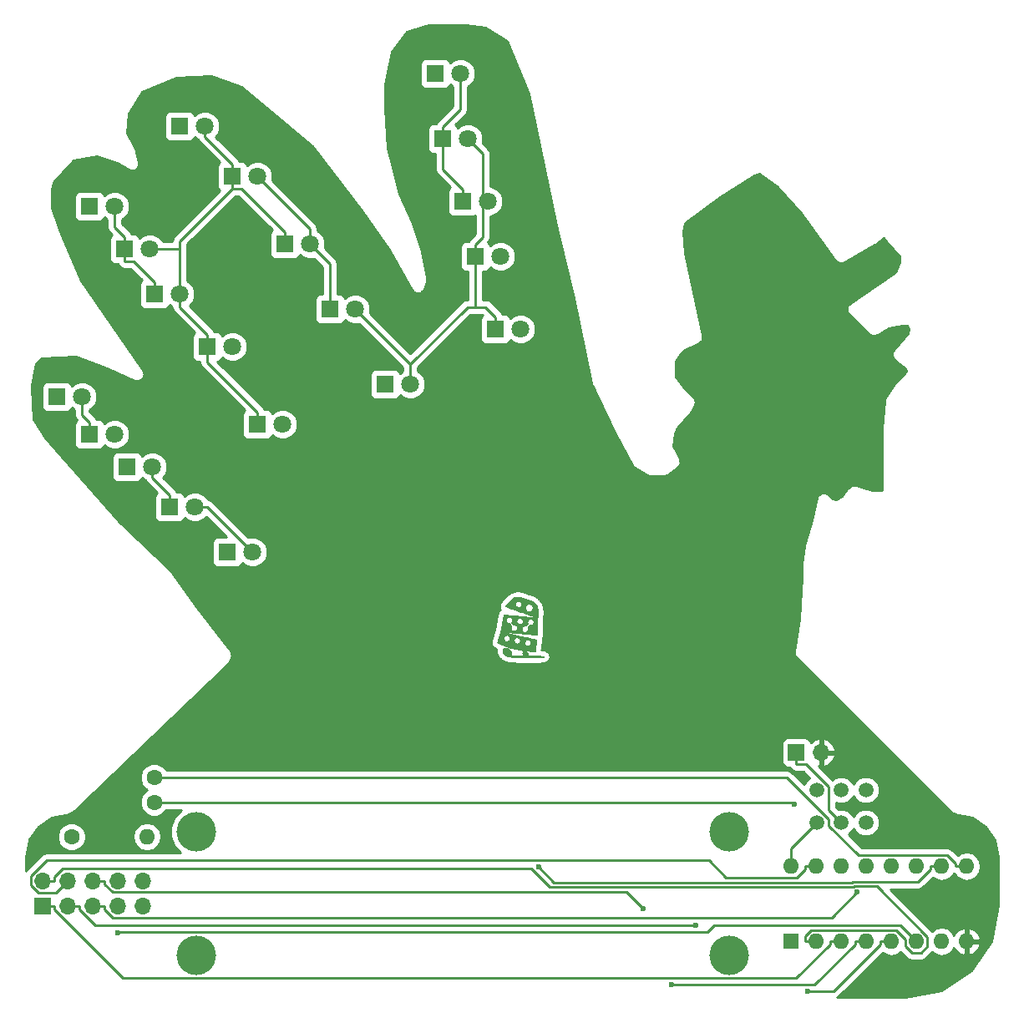
<source format=gbr>
G04 #@! TF.FileFunction,Copper,L2,Bot,Signal*
%FSLAX46Y46*%
G04 Gerber Fmt 4.6, Leading zero omitted, Abs format (unit mm)*
G04 Created by KiCad (PCBNEW 4.0.6) date 11/09/17 18:57:56*
%MOMM*%
%LPD*%
G01*
G04 APERTURE LIST*
%ADD10C,0.100000*%
%ADD11C,0.010000*%
%ADD12C,4.000000*%
%ADD13R,1.800000X1.800000*%
%ADD14C,1.800000*%
%ADD15C,1.600000*%
%ADD16O,1.600000X1.600000*%
%ADD17C,1.500000*%
%ADD18R,1.600000X1.600000*%
%ADD19R,1.700000X1.700000*%
%ADD20O,1.700000X1.700000*%
%ADD21C,0.600000*%
%ADD22C,0.250000*%
%ADD23C,0.254000*%
G04 APERTURE END LIST*
D10*
D11*
G36*
X149251060Y-113842017D02*
X149198758Y-113863739D01*
X149153313Y-113896916D01*
X149098529Y-113960341D01*
X149064586Y-114033592D01*
X149050207Y-114114007D01*
X149054117Y-114198922D01*
X149075038Y-114285673D01*
X149111695Y-114371597D01*
X149162811Y-114454031D01*
X149227110Y-114530311D01*
X149303317Y-114597774D01*
X149390154Y-114653756D01*
X149486345Y-114695594D01*
X149543809Y-114711850D01*
X149621464Y-114726981D01*
X149721972Y-114742190D01*
X149842787Y-114757226D01*
X149981364Y-114771840D01*
X150135158Y-114785781D01*
X150301624Y-114798799D01*
X150478216Y-114810644D01*
X150647400Y-114820289D01*
X150710862Y-114822801D01*
X150796709Y-114824981D01*
X150901927Y-114826827D01*
X151023504Y-114828342D01*
X151158427Y-114829527D01*
X151303684Y-114830382D01*
X151456260Y-114830908D01*
X151613144Y-114831107D01*
X151771322Y-114830981D01*
X151927781Y-114830528D01*
X152079508Y-114829752D01*
X152223491Y-114828653D01*
X152356717Y-114827231D01*
X152476171Y-114825489D01*
X152578843Y-114823426D01*
X152661718Y-114821045D01*
X152698450Y-114819568D01*
X152845542Y-114811593D01*
X152968026Y-114802375D01*
X153066669Y-114791790D01*
X153142239Y-114779716D01*
X153195503Y-114766028D01*
X153227229Y-114750603D01*
X153238183Y-114733317D01*
X153238200Y-114732561D01*
X153228272Y-114708802D01*
X153217359Y-114701119D01*
X153190313Y-114694007D01*
X153148033Y-114687868D01*
X153089282Y-114682660D01*
X153012825Y-114678339D01*
X152917426Y-114674863D01*
X152801851Y-114672189D01*
X152664864Y-114670274D01*
X152505229Y-114669075D01*
X152321710Y-114668549D01*
X152277661Y-114668520D01*
X151590171Y-114668300D01*
X151608811Y-114614325D01*
X151621008Y-114550183D01*
X151613360Y-114481662D01*
X151585274Y-114404194D01*
X151579953Y-114392943D01*
X151536594Y-114324952D01*
X151480731Y-114269475D01*
X151416319Y-114227574D01*
X151347315Y-114200314D01*
X151277675Y-114188756D01*
X151211356Y-114193965D01*
X151152315Y-114217003D01*
X151104508Y-114258934D01*
X151100555Y-114264128D01*
X151075272Y-114318866D01*
X151067977Y-114384959D01*
X151077753Y-114456801D01*
X151103682Y-114528785D01*
X151144848Y-114595303D01*
X151157165Y-114610140D01*
X151208359Y-114668300D01*
X150872793Y-114668300D01*
X150758446Y-114667925D01*
X150627968Y-114666876D01*
X150490616Y-114665269D01*
X150355645Y-114663216D01*
X150232313Y-114660833D01*
X150191974Y-114659902D01*
X149846720Y-114651504D01*
X149870925Y-114624977D01*
X149906491Y-114578468D01*
X149928678Y-114528386D01*
X149939837Y-114467380D01*
X149942407Y-114401600D01*
X149941293Y-114345208D01*
X149936452Y-114302813D01*
X149925439Y-114263742D01*
X149905807Y-114217325D01*
X149894804Y-114193915D01*
X149834882Y-114093635D01*
X149757084Y-114002992D01*
X149666851Y-113927523D01*
X149586950Y-113880631D01*
X149529747Y-113856022D01*
X149478386Y-113841650D01*
X149419625Y-113834204D01*
X149394864Y-113832623D01*
X149314252Y-113832224D01*
X149251060Y-113842017D01*
X149251060Y-113842017D01*
G37*
X149251060Y-113842017D02*
X149198758Y-113863739D01*
X149153313Y-113896916D01*
X149098529Y-113960341D01*
X149064586Y-114033592D01*
X149050207Y-114114007D01*
X149054117Y-114198922D01*
X149075038Y-114285673D01*
X149111695Y-114371597D01*
X149162811Y-114454031D01*
X149227110Y-114530311D01*
X149303317Y-114597774D01*
X149390154Y-114653756D01*
X149486345Y-114695594D01*
X149543809Y-114711850D01*
X149621464Y-114726981D01*
X149721972Y-114742190D01*
X149842787Y-114757226D01*
X149981364Y-114771840D01*
X150135158Y-114785781D01*
X150301624Y-114798799D01*
X150478216Y-114810644D01*
X150647400Y-114820289D01*
X150710862Y-114822801D01*
X150796709Y-114824981D01*
X150901927Y-114826827D01*
X151023504Y-114828342D01*
X151158427Y-114829527D01*
X151303684Y-114830382D01*
X151456260Y-114830908D01*
X151613144Y-114831107D01*
X151771322Y-114830981D01*
X151927781Y-114830528D01*
X152079508Y-114829752D01*
X152223491Y-114828653D01*
X152356717Y-114827231D01*
X152476171Y-114825489D01*
X152578843Y-114823426D01*
X152661718Y-114821045D01*
X152698450Y-114819568D01*
X152845542Y-114811593D01*
X152968026Y-114802375D01*
X153066669Y-114791790D01*
X153142239Y-114779716D01*
X153195503Y-114766028D01*
X153227229Y-114750603D01*
X153238183Y-114733317D01*
X153238200Y-114732561D01*
X153228272Y-114708802D01*
X153217359Y-114701119D01*
X153190313Y-114694007D01*
X153148033Y-114687868D01*
X153089282Y-114682660D01*
X153012825Y-114678339D01*
X152917426Y-114674863D01*
X152801851Y-114672189D01*
X152664864Y-114670274D01*
X152505229Y-114669075D01*
X152321710Y-114668549D01*
X152277661Y-114668520D01*
X151590171Y-114668300D01*
X151608811Y-114614325D01*
X151621008Y-114550183D01*
X151613360Y-114481662D01*
X151585274Y-114404194D01*
X151579953Y-114392943D01*
X151536594Y-114324952D01*
X151480731Y-114269475D01*
X151416319Y-114227574D01*
X151347315Y-114200314D01*
X151277675Y-114188756D01*
X151211356Y-114193965D01*
X151152315Y-114217003D01*
X151104508Y-114258934D01*
X151100555Y-114264128D01*
X151075272Y-114318866D01*
X151067977Y-114384959D01*
X151077753Y-114456801D01*
X151103682Y-114528785D01*
X151144848Y-114595303D01*
X151157165Y-114610140D01*
X151208359Y-114668300D01*
X150872793Y-114668300D01*
X150758446Y-114667925D01*
X150627968Y-114666876D01*
X150490616Y-114665269D01*
X150355645Y-114663216D01*
X150232313Y-114660833D01*
X150191974Y-114659902D01*
X149846720Y-114651504D01*
X149870925Y-114624977D01*
X149906491Y-114578468D01*
X149928678Y-114528386D01*
X149939837Y-114467380D01*
X149942407Y-114401600D01*
X149941293Y-114345208D01*
X149936452Y-114302813D01*
X149925439Y-114263742D01*
X149905807Y-114217325D01*
X149894804Y-114193915D01*
X149834882Y-114093635D01*
X149757084Y-114002992D01*
X149666851Y-113927523D01*
X149586950Y-113880631D01*
X149529747Y-113856022D01*
X149478386Y-113841650D01*
X149419625Y-113834204D01*
X149394864Y-113832623D01*
X149314252Y-113832224D01*
X149251060Y-113842017D01*
G36*
X148845839Y-112229110D02*
X148833113Y-112262066D01*
X148814750Y-112313339D01*
X148791713Y-112379966D01*
X148764965Y-112458982D01*
X148735468Y-112547421D01*
X148704186Y-112642320D01*
X148672080Y-112740711D01*
X148640113Y-112839632D01*
X148609248Y-112936116D01*
X148580447Y-113027200D01*
X148554674Y-113109918D01*
X148532891Y-113181304D01*
X148516060Y-113238395D01*
X148505144Y-113278225D01*
X148501105Y-113297830D01*
X148501101Y-113298117D01*
X148512606Y-113311461D01*
X148545449Y-113332471D01*
X148597114Y-113360075D01*
X148665090Y-113393199D01*
X148746862Y-113430771D01*
X148839918Y-113471719D01*
X148941745Y-113514969D01*
X149049828Y-113559451D01*
X149161656Y-113604090D01*
X149274715Y-113647814D01*
X149386492Y-113689552D01*
X149494473Y-113728230D01*
X149567900Y-113753394D01*
X149968177Y-113876773D01*
X150367429Y-113977740D01*
X150769202Y-114056905D01*
X151177043Y-114114879D01*
X151594502Y-114152272D01*
X151983358Y-114168875D01*
X152347765Y-114176792D01*
X152354478Y-114146321D01*
X152358442Y-114123252D01*
X152364927Y-114079454D01*
X152373536Y-114018024D01*
X152383872Y-113942055D01*
X152395539Y-113854642D01*
X152408140Y-113758880D01*
X152421279Y-113657862D01*
X152434558Y-113554685D01*
X152447582Y-113452441D01*
X152459954Y-113354227D01*
X152463145Y-113328554D01*
X151901934Y-113328554D01*
X151894796Y-113410268D01*
X151866145Y-113488322D01*
X151818227Y-113555481D01*
X151753897Y-113606583D01*
X151677752Y-113638603D01*
X151595572Y-113650779D01*
X151513135Y-113642349D01*
X151436220Y-113612551D01*
X151426935Y-113607072D01*
X151370730Y-113560405D01*
X151322736Y-113498268D01*
X151288979Y-113429568D01*
X151277667Y-113386499D01*
X151276454Y-113303998D01*
X151297522Y-113226248D01*
X151337782Y-113156788D01*
X151393464Y-113099850D01*
X150824643Y-113099850D01*
X150812825Y-113188249D01*
X150778761Y-113266925D01*
X150724529Y-113332614D01*
X150652211Y-113382056D01*
X150641332Y-113387237D01*
X150581837Y-113404385D01*
X150511552Y-113410144D01*
X150442368Y-113404316D01*
X150396168Y-113391329D01*
X150340425Y-113358344D01*
X150286133Y-113309733D01*
X150242192Y-113254156D01*
X150227065Y-113226850D01*
X150210255Y-113172007D01*
X150203242Y-113106187D01*
X150203179Y-113100684D01*
X150214027Y-113016674D01*
X150244825Y-112943361D01*
X150291970Y-112882360D01*
X150302933Y-112873742D01*
X149778593Y-112873742D01*
X149766835Y-112951266D01*
X149734436Y-113024019D01*
X149682119Y-113088415D01*
X149610606Y-113140868D01*
X149580600Y-113156002D01*
X149500128Y-113178946D01*
X149416519Y-113176894D01*
X149363994Y-113163100D01*
X149283790Y-113122714D01*
X149220190Y-113063386D01*
X149190359Y-113020044D01*
X149170264Y-112981055D01*
X149159511Y-112943928D01*
X149155475Y-112897571D01*
X149155150Y-112871250D01*
X149161250Y-112793240D01*
X149181649Y-112729903D01*
X149219501Y-112673087D01*
X149240792Y-112649789D01*
X149311213Y-112594101D01*
X149388605Y-112561530D01*
X149469390Y-112552089D01*
X149549994Y-112565789D01*
X149626841Y-112602641D01*
X149682805Y-112648395D01*
X149737300Y-112718721D01*
X149768988Y-112795032D01*
X149778593Y-112873742D01*
X150302933Y-112873742D01*
X150351858Y-112835285D01*
X150420885Y-112803748D01*
X150495448Y-112789364D01*
X150571944Y-112793746D01*
X150646767Y-112818509D01*
X150716316Y-112865265D01*
X150720497Y-112869039D01*
X150776746Y-112931984D01*
X150810355Y-112999079D01*
X150824022Y-113076299D01*
X150824643Y-113099850D01*
X151393464Y-113099850D01*
X151394144Y-113099155D01*
X151463518Y-113056885D01*
X151542816Y-113033515D01*
X151589059Y-113030000D01*
X151664673Y-113036598D01*
X151727738Y-113058856D01*
X151788109Y-113100462D01*
X151796512Y-113107693D01*
X151852567Y-113172642D01*
X151887783Y-113247804D01*
X151901934Y-113328554D01*
X152463145Y-113328554D01*
X152471277Y-113263135D01*
X152481155Y-113182262D01*
X152489190Y-113114702D01*
X152494987Y-113063548D01*
X152498149Y-113031897D01*
X152498484Y-113022650D01*
X152485724Y-113019354D01*
X152449829Y-113010983D01*
X152392475Y-112997908D01*
X152315337Y-112980497D01*
X152220090Y-112959121D01*
X152108410Y-112934149D01*
X151981971Y-112905952D01*
X151842449Y-112874900D01*
X151691518Y-112841362D01*
X151530855Y-112805708D01*
X151362134Y-112768308D01*
X151187031Y-112729533D01*
X151007220Y-112689751D01*
X150824376Y-112649334D01*
X150640176Y-112608650D01*
X150456294Y-112568070D01*
X150274406Y-112527963D01*
X150096185Y-112488700D01*
X149923309Y-112450651D01*
X149757451Y-112414184D01*
X149600287Y-112379672D01*
X149453493Y-112347482D01*
X149318743Y-112317985D01*
X149197713Y-112291551D01*
X149092077Y-112268551D01*
X149003511Y-112249353D01*
X148933691Y-112234327D01*
X148884290Y-112223844D01*
X148856985Y-112218274D01*
X148851967Y-112217439D01*
X148845839Y-112229110D01*
X148845839Y-112229110D01*
G37*
X148845839Y-112229110D02*
X148833113Y-112262066D01*
X148814750Y-112313339D01*
X148791713Y-112379966D01*
X148764965Y-112458982D01*
X148735468Y-112547421D01*
X148704186Y-112642320D01*
X148672080Y-112740711D01*
X148640113Y-112839632D01*
X148609248Y-112936116D01*
X148580447Y-113027200D01*
X148554674Y-113109918D01*
X148532891Y-113181304D01*
X148516060Y-113238395D01*
X148505144Y-113278225D01*
X148501105Y-113297830D01*
X148501101Y-113298117D01*
X148512606Y-113311461D01*
X148545449Y-113332471D01*
X148597114Y-113360075D01*
X148665090Y-113393199D01*
X148746862Y-113430771D01*
X148839918Y-113471719D01*
X148941745Y-113514969D01*
X149049828Y-113559451D01*
X149161656Y-113604090D01*
X149274715Y-113647814D01*
X149386492Y-113689552D01*
X149494473Y-113728230D01*
X149567900Y-113753394D01*
X149968177Y-113876773D01*
X150367429Y-113977740D01*
X150769202Y-114056905D01*
X151177043Y-114114879D01*
X151594502Y-114152272D01*
X151983358Y-114168875D01*
X152347765Y-114176792D01*
X152354478Y-114146321D01*
X152358442Y-114123252D01*
X152364927Y-114079454D01*
X152373536Y-114018024D01*
X152383872Y-113942055D01*
X152395539Y-113854642D01*
X152408140Y-113758880D01*
X152421279Y-113657862D01*
X152434558Y-113554685D01*
X152447582Y-113452441D01*
X152459954Y-113354227D01*
X152463145Y-113328554D01*
X151901934Y-113328554D01*
X151894796Y-113410268D01*
X151866145Y-113488322D01*
X151818227Y-113555481D01*
X151753897Y-113606583D01*
X151677752Y-113638603D01*
X151595572Y-113650779D01*
X151513135Y-113642349D01*
X151436220Y-113612551D01*
X151426935Y-113607072D01*
X151370730Y-113560405D01*
X151322736Y-113498268D01*
X151288979Y-113429568D01*
X151277667Y-113386499D01*
X151276454Y-113303998D01*
X151297522Y-113226248D01*
X151337782Y-113156788D01*
X151393464Y-113099850D01*
X150824643Y-113099850D01*
X150812825Y-113188249D01*
X150778761Y-113266925D01*
X150724529Y-113332614D01*
X150652211Y-113382056D01*
X150641332Y-113387237D01*
X150581837Y-113404385D01*
X150511552Y-113410144D01*
X150442368Y-113404316D01*
X150396168Y-113391329D01*
X150340425Y-113358344D01*
X150286133Y-113309733D01*
X150242192Y-113254156D01*
X150227065Y-113226850D01*
X150210255Y-113172007D01*
X150203242Y-113106187D01*
X150203179Y-113100684D01*
X150214027Y-113016674D01*
X150244825Y-112943361D01*
X150291970Y-112882360D01*
X150302933Y-112873742D01*
X149778593Y-112873742D01*
X149766835Y-112951266D01*
X149734436Y-113024019D01*
X149682119Y-113088415D01*
X149610606Y-113140868D01*
X149580600Y-113156002D01*
X149500128Y-113178946D01*
X149416519Y-113176894D01*
X149363994Y-113163100D01*
X149283790Y-113122714D01*
X149220190Y-113063386D01*
X149190359Y-113020044D01*
X149170264Y-112981055D01*
X149159511Y-112943928D01*
X149155475Y-112897571D01*
X149155150Y-112871250D01*
X149161250Y-112793240D01*
X149181649Y-112729903D01*
X149219501Y-112673087D01*
X149240792Y-112649789D01*
X149311213Y-112594101D01*
X149388605Y-112561530D01*
X149469390Y-112552089D01*
X149549994Y-112565789D01*
X149626841Y-112602641D01*
X149682805Y-112648395D01*
X149737300Y-112718721D01*
X149768988Y-112795032D01*
X149778593Y-112873742D01*
X150302933Y-112873742D01*
X150351858Y-112835285D01*
X150420885Y-112803748D01*
X150495448Y-112789364D01*
X150571944Y-112793746D01*
X150646767Y-112818509D01*
X150716316Y-112865265D01*
X150720497Y-112869039D01*
X150776746Y-112931984D01*
X150810355Y-112999079D01*
X150824022Y-113076299D01*
X150824643Y-113099850D01*
X151393464Y-113099850D01*
X151394144Y-113099155D01*
X151463518Y-113056885D01*
X151542816Y-113033515D01*
X151589059Y-113030000D01*
X151664673Y-113036598D01*
X151727738Y-113058856D01*
X151788109Y-113100462D01*
X151796512Y-113107693D01*
X151852567Y-113172642D01*
X151887783Y-113247804D01*
X151901934Y-113328554D01*
X152463145Y-113328554D01*
X152471277Y-113263135D01*
X152481155Y-113182262D01*
X152489190Y-113114702D01*
X152494987Y-113063548D01*
X152498149Y-113031897D01*
X152498484Y-113022650D01*
X152485724Y-113019354D01*
X152449829Y-113010983D01*
X152392475Y-112997908D01*
X152315337Y-112980497D01*
X152220090Y-112959121D01*
X152108410Y-112934149D01*
X151981971Y-112905952D01*
X151842449Y-112874900D01*
X151691518Y-112841362D01*
X151530855Y-112805708D01*
X151362134Y-112768308D01*
X151187031Y-112729533D01*
X151007220Y-112689751D01*
X150824376Y-112649334D01*
X150640176Y-112608650D01*
X150456294Y-112568070D01*
X150274406Y-112527963D01*
X150096185Y-112488700D01*
X149923309Y-112450651D01*
X149757451Y-112414184D01*
X149600287Y-112379672D01*
X149453493Y-112347482D01*
X149318743Y-112317985D01*
X149197713Y-112291551D01*
X149092077Y-112268551D01*
X149003511Y-112249353D01*
X148933691Y-112234327D01*
X148884290Y-112223844D01*
X148856985Y-112218274D01*
X148851967Y-112217439D01*
X148845839Y-112229110D01*
G36*
X149164182Y-110495784D02*
X149160946Y-110508871D01*
X149153639Y-110544383D01*
X149142721Y-110599848D01*
X149128649Y-110672792D01*
X149111883Y-110760742D01*
X149092879Y-110861225D01*
X149072096Y-110971766D01*
X149049993Y-111089893D01*
X149027027Y-111213132D01*
X149003657Y-111339010D01*
X148980342Y-111465053D01*
X148957539Y-111588788D01*
X148935707Y-111707741D01*
X148915303Y-111819439D01*
X148896787Y-111921409D01*
X148880615Y-112011177D01*
X148867248Y-112086270D01*
X148857142Y-112144214D01*
X148850756Y-112182537D01*
X148848549Y-112198763D01*
X148848613Y-112199143D01*
X148861234Y-112200355D01*
X148897746Y-112203671D01*
X148956740Y-112208967D01*
X149036804Y-112216118D01*
X149136528Y-112224999D01*
X149254501Y-112235484D01*
X149389313Y-112247448D01*
X149539554Y-112260767D01*
X149703813Y-112275315D01*
X149880679Y-112290967D01*
X150068742Y-112307598D01*
X150266592Y-112325083D01*
X150472818Y-112343296D01*
X150679150Y-112361508D01*
X150892920Y-112380390D01*
X151100161Y-112398734D01*
X151299422Y-112416408D01*
X151489251Y-112433283D01*
X151668198Y-112449229D01*
X151834810Y-112464114D01*
X151987636Y-112477810D01*
X152125224Y-112490185D01*
X152246124Y-112501109D01*
X152348884Y-112510453D01*
X152432052Y-112518085D01*
X152494177Y-112523875D01*
X152533807Y-112527694D01*
X152549225Y-112529365D01*
X152590500Y-112535850D01*
X152590500Y-111217148D01*
X152191796Y-111217148D01*
X152185810Y-111293856D01*
X152160324Y-111367588D01*
X152115348Y-111434508D01*
X152050896Y-111490779D01*
X152018768Y-111509922D01*
X151980415Y-111528827D01*
X151948889Y-111539164D01*
X151914355Y-111542714D01*
X151866977Y-111541260D01*
X151851255Y-111540277D01*
X151753360Y-111533874D01*
X151663930Y-111643762D01*
X151619458Y-111701140D01*
X151592016Y-111742925D01*
X151582153Y-111768244D01*
X151582787Y-111772700D01*
X151590411Y-111795028D01*
X151601324Y-111832493D01*
X151609554Y-111863173D01*
X151619531Y-111907919D01*
X151621214Y-111942494D01*
X151614374Y-111980291D01*
X151607110Y-112006573D01*
X151571034Y-112086665D01*
X151514603Y-112154692D01*
X151441706Y-112206167D01*
X151428450Y-112212718D01*
X151348875Y-112237949D01*
X151268355Y-112238708D01*
X151204577Y-112223195D01*
X151127411Y-112185110D01*
X151067251Y-112131745D01*
X151024427Y-112066981D01*
X150999269Y-111994698D01*
X150992107Y-111918775D01*
X151003270Y-111843093D01*
X151011434Y-111823500D01*
X150519843Y-111823500D01*
X150508606Y-111908544D01*
X150477211Y-111983688D01*
X150429130Y-112046651D01*
X150367834Y-112095155D01*
X150296794Y-112126923D01*
X150219484Y-112139675D01*
X150139374Y-112131134D01*
X150082250Y-112110681D01*
X150007204Y-112062888D01*
X149949998Y-112001156D01*
X149912004Y-111929313D01*
X149894593Y-111851188D01*
X149899138Y-111770611D01*
X149927009Y-111691412D01*
X149930032Y-111685717D01*
X149964504Y-111622381D01*
X149877327Y-111482507D01*
X149790150Y-111342634D01*
X149744128Y-111349484D01*
X149683835Y-111348482D01*
X149616343Y-111331725D01*
X149551302Y-111302465D01*
X149502956Y-111268233D01*
X149446525Y-111206341D01*
X149412572Y-111140499D01*
X149398275Y-111064503D01*
X149397390Y-111036100D01*
X149408589Y-110947022D01*
X149442003Y-110870167D01*
X149497359Y-110805948D01*
X149574383Y-110754781D01*
X149586950Y-110748650D01*
X149668495Y-110723487D01*
X149750697Y-110722779D01*
X149830274Y-110745888D01*
X149903943Y-110792176D01*
X149929111Y-110815115D01*
X149983087Y-110885529D01*
X150014267Y-110963901D01*
X150022112Y-111046511D01*
X150006084Y-111129639D01*
X149982314Y-111182715D01*
X149951294Y-111238217D01*
X150038318Y-111375283D01*
X150125342Y-111512350D01*
X150199046Y-111513174D01*
X150287306Y-111525443D01*
X150365669Y-111558236D01*
X150431108Y-111608624D01*
X150480594Y-111673676D01*
X150511099Y-111750464D01*
X150519843Y-111823500D01*
X151011434Y-111823500D01*
X151033089Y-111771531D01*
X151081893Y-111707970D01*
X151150011Y-111656288D01*
X151156092Y-111652899D01*
X151227597Y-111625527D01*
X151305645Y-111614663D01*
X151379374Y-111621688D01*
X151386712Y-111623600D01*
X151402602Y-111626317D01*
X151417731Y-111622649D01*
X151435810Y-111609577D01*
X151460550Y-111584082D01*
X151495662Y-111543146D01*
X151516701Y-111517835D01*
X151612228Y-111402419D01*
X151590525Y-111362134D01*
X151574430Y-111313064D01*
X151568049Y-111250397D01*
X151571183Y-111183924D01*
X151582005Y-111131350D01*
X151091343Y-111131350D01*
X151079820Y-111219881D01*
X151047045Y-111297240D01*
X150995705Y-111360738D01*
X150928488Y-111407687D01*
X150848083Y-111435399D01*
X150780750Y-111441942D01*
X150714613Y-111436253D01*
X150658222Y-111420799D01*
X150653469Y-111418737D01*
X150579018Y-111371729D01*
X150522200Y-111307950D01*
X150485176Y-111230779D01*
X150470111Y-111143591D01*
X150469879Y-111132184D01*
X150480115Y-111047693D01*
X150512425Y-110973814D01*
X150568204Y-110907533D01*
X150577863Y-110898778D01*
X150651433Y-110849452D01*
X150730946Y-110823661D01*
X150812845Y-110821385D01*
X150893577Y-110842601D01*
X150969587Y-110887287D01*
X150986524Y-110901318D01*
X151043393Y-110963338D01*
X151077345Y-111031283D01*
X151090863Y-111110598D01*
X151091343Y-111131350D01*
X151582005Y-111131350D01*
X151583635Y-111123436D01*
X151595940Y-111093250D01*
X151647080Y-111021802D01*
X151712467Y-110968527D01*
X151787912Y-110934768D01*
X151869228Y-110921865D01*
X151952226Y-110931161D01*
X152020493Y-110957267D01*
X152092630Y-111007522D01*
X152145218Y-111070145D01*
X152178269Y-111141299D01*
X152191796Y-111217148D01*
X152590500Y-111217148D01*
X152590500Y-110795950D01*
X152549225Y-110789186D01*
X152530523Y-110787065D01*
X152488444Y-110782906D01*
X152424920Y-110776886D01*
X152341876Y-110769178D01*
X152241243Y-110759959D01*
X152124948Y-110749404D01*
X151994920Y-110737687D01*
X151853087Y-110724985D01*
X151701377Y-110711472D01*
X151541719Y-110697324D01*
X151428450Y-110687329D01*
X151247361Y-110671369D01*
X151060421Y-110654878D01*
X150871068Y-110638161D01*
X150682740Y-110621521D01*
X150498875Y-110605263D01*
X150322910Y-110589690D01*
X150158284Y-110575108D01*
X150008433Y-110561819D01*
X149876796Y-110550129D01*
X149766810Y-110540340D01*
X149760775Y-110539802D01*
X149641164Y-110529331D01*
X149529359Y-110519911D01*
X149427890Y-110511731D01*
X149339286Y-110504976D01*
X149266078Y-110499834D01*
X149210795Y-110496491D01*
X149175968Y-110495134D01*
X149164182Y-110495784D01*
X149164182Y-110495784D01*
G37*
X149164182Y-110495784D02*
X149160946Y-110508871D01*
X149153639Y-110544383D01*
X149142721Y-110599848D01*
X149128649Y-110672792D01*
X149111883Y-110760742D01*
X149092879Y-110861225D01*
X149072096Y-110971766D01*
X149049993Y-111089893D01*
X149027027Y-111213132D01*
X149003657Y-111339010D01*
X148980342Y-111465053D01*
X148957539Y-111588788D01*
X148935707Y-111707741D01*
X148915303Y-111819439D01*
X148896787Y-111921409D01*
X148880615Y-112011177D01*
X148867248Y-112086270D01*
X148857142Y-112144214D01*
X148850756Y-112182537D01*
X148848549Y-112198763D01*
X148848613Y-112199143D01*
X148861234Y-112200355D01*
X148897746Y-112203671D01*
X148956740Y-112208967D01*
X149036804Y-112216118D01*
X149136528Y-112224999D01*
X149254501Y-112235484D01*
X149389313Y-112247448D01*
X149539554Y-112260767D01*
X149703813Y-112275315D01*
X149880679Y-112290967D01*
X150068742Y-112307598D01*
X150266592Y-112325083D01*
X150472818Y-112343296D01*
X150679150Y-112361508D01*
X150892920Y-112380390D01*
X151100161Y-112398734D01*
X151299422Y-112416408D01*
X151489251Y-112433283D01*
X151668198Y-112449229D01*
X151834810Y-112464114D01*
X151987636Y-112477810D01*
X152125224Y-112490185D01*
X152246124Y-112501109D01*
X152348884Y-112510453D01*
X152432052Y-112518085D01*
X152494177Y-112523875D01*
X152533807Y-112527694D01*
X152549225Y-112529365D01*
X152590500Y-112535850D01*
X152590500Y-111217148D01*
X152191796Y-111217148D01*
X152185810Y-111293856D01*
X152160324Y-111367588D01*
X152115348Y-111434508D01*
X152050896Y-111490779D01*
X152018768Y-111509922D01*
X151980415Y-111528827D01*
X151948889Y-111539164D01*
X151914355Y-111542714D01*
X151866977Y-111541260D01*
X151851255Y-111540277D01*
X151753360Y-111533874D01*
X151663930Y-111643762D01*
X151619458Y-111701140D01*
X151592016Y-111742925D01*
X151582153Y-111768244D01*
X151582787Y-111772700D01*
X151590411Y-111795028D01*
X151601324Y-111832493D01*
X151609554Y-111863173D01*
X151619531Y-111907919D01*
X151621214Y-111942494D01*
X151614374Y-111980291D01*
X151607110Y-112006573D01*
X151571034Y-112086665D01*
X151514603Y-112154692D01*
X151441706Y-112206167D01*
X151428450Y-112212718D01*
X151348875Y-112237949D01*
X151268355Y-112238708D01*
X151204577Y-112223195D01*
X151127411Y-112185110D01*
X151067251Y-112131745D01*
X151024427Y-112066981D01*
X150999269Y-111994698D01*
X150992107Y-111918775D01*
X151003270Y-111843093D01*
X151011434Y-111823500D01*
X150519843Y-111823500D01*
X150508606Y-111908544D01*
X150477211Y-111983688D01*
X150429130Y-112046651D01*
X150367834Y-112095155D01*
X150296794Y-112126923D01*
X150219484Y-112139675D01*
X150139374Y-112131134D01*
X150082250Y-112110681D01*
X150007204Y-112062888D01*
X149949998Y-112001156D01*
X149912004Y-111929313D01*
X149894593Y-111851188D01*
X149899138Y-111770611D01*
X149927009Y-111691412D01*
X149930032Y-111685717D01*
X149964504Y-111622381D01*
X149877327Y-111482507D01*
X149790150Y-111342634D01*
X149744128Y-111349484D01*
X149683835Y-111348482D01*
X149616343Y-111331725D01*
X149551302Y-111302465D01*
X149502956Y-111268233D01*
X149446525Y-111206341D01*
X149412572Y-111140499D01*
X149398275Y-111064503D01*
X149397390Y-111036100D01*
X149408589Y-110947022D01*
X149442003Y-110870167D01*
X149497359Y-110805948D01*
X149574383Y-110754781D01*
X149586950Y-110748650D01*
X149668495Y-110723487D01*
X149750697Y-110722779D01*
X149830274Y-110745888D01*
X149903943Y-110792176D01*
X149929111Y-110815115D01*
X149983087Y-110885529D01*
X150014267Y-110963901D01*
X150022112Y-111046511D01*
X150006084Y-111129639D01*
X149982314Y-111182715D01*
X149951294Y-111238217D01*
X150038318Y-111375283D01*
X150125342Y-111512350D01*
X150199046Y-111513174D01*
X150287306Y-111525443D01*
X150365669Y-111558236D01*
X150431108Y-111608624D01*
X150480594Y-111673676D01*
X150511099Y-111750464D01*
X150519843Y-111823500D01*
X151011434Y-111823500D01*
X151033089Y-111771531D01*
X151081893Y-111707970D01*
X151150011Y-111656288D01*
X151156092Y-111652899D01*
X151227597Y-111625527D01*
X151305645Y-111614663D01*
X151379374Y-111621688D01*
X151386712Y-111623600D01*
X151402602Y-111626317D01*
X151417731Y-111622649D01*
X151435810Y-111609577D01*
X151460550Y-111584082D01*
X151495662Y-111543146D01*
X151516701Y-111517835D01*
X151612228Y-111402419D01*
X151590525Y-111362134D01*
X151574430Y-111313064D01*
X151568049Y-111250397D01*
X151571183Y-111183924D01*
X151582005Y-111131350D01*
X151091343Y-111131350D01*
X151079820Y-111219881D01*
X151047045Y-111297240D01*
X150995705Y-111360738D01*
X150928488Y-111407687D01*
X150848083Y-111435399D01*
X150780750Y-111441942D01*
X150714613Y-111436253D01*
X150658222Y-111420799D01*
X150653469Y-111418737D01*
X150579018Y-111371729D01*
X150522200Y-111307950D01*
X150485176Y-111230779D01*
X150470111Y-111143591D01*
X150469879Y-111132184D01*
X150480115Y-111047693D01*
X150512425Y-110973814D01*
X150568204Y-110907533D01*
X150577863Y-110898778D01*
X150651433Y-110849452D01*
X150730946Y-110823661D01*
X150812845Y-110821385D01*
X150893577Y-110842601D01*
X150969587Y-110887287D01*
X150986524Y-110901318D01*
X151043393Y-110963338D01*
X151077345Y-111031283D01*
X151090863Y-111110598D01*
X151091343Y-111131350D01*
X151582005Y-111131350D01*
X151583635Y-111123436D01*
X151595940Y-111093250D01*
X151647080Y-111021802D01*
X151712467Y-110968527D01*
X151787912Y-110934768D01*
X151869228Y-110921865D01*
X151952226Y-110931161D01*
X152020493Y-110957267D01*
X152092630Y-111007522D01*
X152145218Y-111070145D01*
X152178269Y-111141299D01*
X152191796Y-111217148D01*
X152590500Y-111217148D01*
X152590500Y-110795950D01*
X152549225Y-110789186D01*
X152530523Y-110787065D01*
X152488444Y-110782906D01*
X152424920Y-110776886D01*
X152341876Y-110769178D01*
X152241243Y-110759959D01*
X152124948Y-110749404D01*
X151994920Y-110737687D01*
X151853087Y-110724985D01*
X151701377Y-110711472D01*
X151541719Y-110697324D01*
X151428450Y-110687329D01*
X151247361Y-110671369D01*
X151060421Y-110654878D01*
X150871068Y-110638161D01*
X150682740Y-110621521D01*
X150498875Y-110605263D01*
X150322910Y-110589690D01*
X150158284Y-110575108D01*
X150008433Y-110561819D01*
X149876796Y-110550129D01*
X149766810Y-110540340D01*
X149760775Y-110539802D01*
X149641164Y-110529331D01*
X149529359Y-110519911D01*
X149427890Y-110511731D01*
X149339286Y-110504976D01*
X149266078Y-110499834D01*
X149210795Y-110496491D01*
X149175968Y-110495134D01*
X149164182Y-110495784D01*
G36*
X150488968Y-108692278D02*
X150410881Y-108702414D01*
X150393400Y-108706060D01*
X150249284Y-108749754D01*
X150111132Y-108813401D01*
X149976662Y-108898401D01*
X149843592Y-109006154D01*
X149738200Y-109108034D01*
X149582295Y-109285096D01*
X149449123Y-109470859D01*
X149375725Y-109594077D01*
X149340985Y-109657004D01*
X149959268Y-109870616D01*
X150074437Y-109910405D01*
X150210046Y-109957255D01*
X150362525Y-110009931D01*
X150528306Y-110067201D01*
X150703819Y-110127833D01*
X150885495Y-110190593D01*
X151069766Y-110254249D01*
X151253063Y-110317567D01*
X151431817Y-110379315D01*
X151574500Y-110428602D01*
X151727298Y-110481387D01*
X151873291Y-110531830D01*
X152010681Y-110579309D01*
X152137670Y-110623202D01*
X152252463Y-110662889D01*
X152353261Y-110697747D01*
X152438267Y-110727155D01*
X152505684Y-110750492D01*
X152553714Y-110767136D01*
X152580561Y-110776465D01*
X152585699Y-110778273D01*
X152594487Y-110768719D01*
X152604921Y-110734960D01*
X152616700Y-110678113D01*
X152623229Y-110639959D01*
X152634931Y-110546897D01*
X152642752Y-110440319D01*
X152646678Y-110326797D01*
X152646694Y-110212905D01*
X152642785Y-110105214D01*
X152634934Y-110010298D01*
X152624842Y-109942997D01*
X152578954Y-109766639D01*
X152574431Y-109755395D01*
X152094415Y-109755395D01*
X152092508Y-109802383D01*
X152081346Y-109888584D01*
X152059837Y-109951679D01*
X152025752Y-110001572D01*
X151976856Y-110053162D01*
X151921198Y-110099224D01*
X151866831Y-110132538D01*
X151850413Y-110139552D01*
X151789977Y-110153093D01*
X151717730Y-110156431D01*
X151643905Y-110150111D01*
X151578738Y-110134676D01*
X151552613Y-110123717D01*
X151474047Y-110070309D01*
X151413489Y-110002528D01*
X151371566Y-109924233D01*
X151348903Y-109839282D01*
X151346126Y-109751531D01*
X151363860Y-109664839D01*
X151402731Y-109583062D01*
X151454473Y-109518674D01*
X151529198Y-109460264D01*
X151606232Y-109426244D01*
X150985491Y-109426244D01*
X150969125Y-109509716D01*
X150951210Y-109551828D01*
X150921463Y-109595273D01*
X150878297Y-109640447D01*
X150829714Y-109680206D01*
X150783720Y-109707409D01*
X150771669Y-109712039D01*
X150705159Y-109724287D01*
X150632496Y-109723490D01*
X150568000Y-109709880D01*
X150491860Y-109670139D01*
X150430565Y-109612902D01*
X150386374Y-109542493D01*
X150361549Y-109463239D01*
X150358353Y-109379464D01*
X150368105Y-109327576D01*
X150390187Y-109276962D01*
X150426486Y-109223468D01*
X150439591Y-109208047D01*
X150508520Y-109148033D01*
X150584449Y-109111172D01*
X150664100Y-109097567D01*
X150744193Y-109107321D01*
X150821447Y-109140535D01*
X150889305Y-109193995D01*
X150945111Y-109265667D01*
X150977330Y-109343989D01*
X150985491Y-109426244D01*
X151606232Y-109426244D01*
X151611638Y-109423857D01*
X151698122Y-109408748D01*
X151784983Y-109414233D01*
X151868552Y-109439608D01*
X151945160Y-109484167D01*
X152011137Y-109547208D01*
X152062816Y-109628026D01*
X152066657Y-109636185D01*
X152083487Y-109677131D01*
X152092192Y-109713349D01*
X152094415Y-109755395D01*
X152574431Y-109755395D01*
X152514841Y-109607271D01*
X152432829Y-109465321D01*
X152333243Y-109341216D01*
X152216409Y-109235383D01*
X152082653Y-109148248D01*
X151982159Y-109099879D01*
X151942248Y-109084064D01*
X151883034Y-109061925D01*
X151807758Y-109034577D01*
X151719662Y-109003134D01*
X151621987Y-108968710D01*
X151517974Y-108932420D01*
X151410863Y-108895379D01*
X151303898Y-108858701D01*
X151200317Y-108823501D01*
X151103364Y-108790893D01*
X151016278Y-108761992D01*
X150942302Y-108737913D01*
X150884676Y-108719769D01*
X150846642Y-108708676D01*
X150838828Y-108706726D01*
X150764294Y-108694893D01*
X150674953Y-108688531D01*
X150580085Y-108687654D01*
X150488968Y-108692278D01*
X150488968Y-108692278D01*
G37*
X150488968Y-108692278D02*
X150410881Y-108702414D01*
X150393400Y-108706060D01*
X150249284Y-108749754D01*
X150111132Y-108813401D01*
X149976662Y-108898401D01*
X149843592Y-109006154D01*
X149738200Y-109108034D01*
X149582295Y-109285096D01*
X149449123Y-109470859D01*
X149375725Y-109594077D01*
X149340985Y-109657004D01*
X149959268Y-109870616D01*
X150074437Y-109910405D01*
X150210046Y-109957255D01*
X150362525Y-110009931D01*
X150528306Y-110067201D01*
X150703819Y-110127833D01*
X150885495Y-110190593D01*
X151069766Y-110254249D01*
X151253063Y-110317567D01*
X151431817Y-110379315D01*
X151574500Y-110428602D01*
X151727298Y-110481387D01*
X151873291Y-110531830D01*
X152010681Y-110579309D01*
X152137670Y-110623202D01*
X152252463Y-110662889D01*
X152353261Y-110697747D01*
X152438267Y-110727155D01*
X152505684Y-110750492D01*
X152553714Y-110767136D01*
X152580561Y-110776465D01*
X152585699Y-110778273D01*
X152594487Y-110768719D01*
X152604921Y-110734960D01*
X152616700Y-110678113D01*
X152623229Y-110639959D01*
X152634931Y-110546897D01*
X152642752Y-110440319D01*
X152646678Y-110326797D01*
X152646694Y-110212905D01*
X152642785Y-110105214D01*
X152634934Y-110010298D01*
X152624842Y-109942997D01*
X152578954Y-109766639D01*
X152574431Y-109755395D01*
X152094415Y-109755395D01*
X152092508Y-109802383D01*
X152081346Y-109888584D01*
X152059837Y-109951679D01*
X152025752Y-110001572D01*
X151976856Y-110053162D01*
X151921198Y-110099224D01*
X151866831Y-110132538D01*
X151850413Y-110139552D01*
X151789977Y-110153093D01*
X151717730Y-110156431D01*
X151643905Y-110150111D01*
X151578738Y-110134676D01*
X151552613Y-110123717D01*
X151474047Y-110070309D01*
X151413489Y-110002528D01*
X151371566Y-109924233D01*
X151348903Y-109839282D01*
X151346126Y-109751531D01*
X151363860Y-109664839D01*
X151402731Y-109583062D01*
X151454473Y-109518674D01*
X151529198Y-109460264D01*
X151606232Y-109426244D01*
X150985491Y-109426244D01*
X150969125Y-109509716D01*
X150951210Y-109551828D01*
X150921463Y-109595273D01*
X150878297Y-109640447D01*
X150829714Y-109680206D01*
X150783720Y-109707409D01*
X150771669Y-109712039D01*
X150705159Y-109724287D01*
X150632496Y-109723490D01*
X150568000Y-109709880D01*
X150491860Y-109670139D01*
X150430565Y-109612902D01*
X150386374Y-109542493D01*
X150361549Y-109463239D01*
X150358353Y-109379464D01*
X150368105Y-109327576D01*
X150390187Y-109276962D01*
X150426486Y-109223468D01*
X150439591Y-109208047D01*
X150508520Y-109148033D01*
X150584449Y-109111172D01*
X150664100Y-109097567D01*
X150744193Y-109107321D01*
X150821447Y-109140535D01*
X150889305Y-109193995D01*
X150945111Y-109265667D01*
X150977330Y-109343989D01*
X150985491Y-109426244D01*
X151606232Y-109426244D01*
X151611638Y-109423857D01*
X151698122Y-109408748D01*
X151784983Y-109414233D01*
X151868552Y-109439608D01*
X151945160Y-109484167D01*
X152011137Y-109547208D01*
X152062816Y-109628026D01*
X152066657Y-109636185D01*
X152083487Y-109677131D01*
X152092192Y-109713349D01*
X152094415Y-109755395D01*
X152574431Y-109755395D01*
X152514841Y-109607271D01*
X152432829Y-109465321D01*
X152333243Y-109341216D01*
X152216409Y-109235383D01*
X152082653Y-109148248D01*
X151982159Y-109099879D01*
X151942248Y-109084064D01*
X151883034Y-109061925D01*
X151807758Y-109034577D01*
X151719662Y-109003134D01*
X151621987Y-108968710D01*
X151517974Y-108932420D01*
X151410863Y-108895379D01*
X151303898Y-108858701D01*
X151200317Y-108823501D01*
X151103364Y-108790893D01*
X151016278Y-108761992D01*
X150942302Y-108737913D01*
X150884676Y-108719769D01*
X150846642Y-108708676D01*
X150838828Y-108706726D01*
X150764294Y-108694893D01*
X150674953Y-108688531D01*
X150580085Y-108687654D01*
X150488968Y-108692278D01*
D12*
X172000000Y-145000000D03*
X118000000Y-132500000D03*
X172000000Y-132500000D03*
D13*
X103886000Y-88392000D03*
D14*
X106426000Y-88392000D03*
D13*
X110998000Y-95504000D03*
D14*
X113538000Y-95504000D03*
D13*
X121158000Y-104140000D03*
D14*
X123698000Y-104140000D03*
D13*
X107188000Y-92202000D03*
D14*
X109728000Y-92202000D03*
D13*
X115316000Y-99568000D03*
D14*
X117856000Y-99568000D03*
D13*
X107188000Y-69088000D03*
D14*
X109728000Y-69088000D03*
D13*
X113792000Y-77978000D03*
D14*
X116332000Y-77978000D03*
D13*
X124206000Y-91186000D03*
D14*
X126746000Y-91186000D03*
D13*
X110744000Y-73406000D03*
D14*
X113284000Y-73406000D03*
D13*
X119126000Y-83312000D03*
D14*
X121666000Y-83312000D03*
D13*
X116332000Y-60960000D03*
D14*
X118872000Y-60960000D03*
D13*
X127000000Y-72898000D03*
D14*
X129540000Y-72898000D03*
D13*
X137160000Y-87122000D03*
D14*
X139700000Y-87122000D03*
D13*
X121666000Y-66040000D03*
D14*
X124206000Y-66040000D03*
D13*
X131572000Y-79502000D03*
D14*
X134112000Y-79502000D03*
D13*
X142240000Y-55626000D03*
D14*
X144780000Y-55626000D03*
D13*
X145034000Y-68580000D03*
D14*
X147574000Y-68580000D03*
D13*
X148336000Y-81534000D03*
D14*
X150876000Y-81534000D03*
D13*
X143002000Y-62230000D03*
D14*
X145542000Y-62230000D03*
D13*
X146304000Y-74168000D03*
D14*
X148844000Y-74168000D03*
D15*
X105380000Y-133000000D03*
D16*
X113000000Y-133000000D03*
D17*
X183388000Y-128270000D03*
X185888000Y-128270000D03*
X180888000Y-128270000D03*
X180888000Y-131570000D03*
X183388000Y-131570000D03*
X185888000Y-131570000D03*
D18*
X178300000Y-143620000D03*
D16*
X196080000Y-136000000D03*
X180840000Y-143620000D03*
X193540000Y-136000000D03*
X183380000Y-143620000D03*
X191000000Y-136000000D03*
X185920000Y-143620000D03*
X188460000Y-136000000D03*
X188460000Y-143620000D03*
X185920000Y-136000000D03*
X191000000Y-143620000D03*
X183380000Y-136000000D03*
X193540000Y-143620000D03*
X180840000Y-136000000D03*
X196080000Y-143620000D03*
X178300000Y-136000000D03*
D19*
X178816000Y-124460000D03*
D20*
X181356000Y-124460000D03*
D15*
X113750000Y-129500000D03*
X113750000Y-127000000D03*
D12*
X118000000Y-145000000D03*
D19*
X102460000Y-140000000D03*
D20*
X102460000Y-137460000D03*
X105000000Y-140000000D03*
X105000000Y-137460000D03*
X107540000Y-140000000D03*
X107540000Y-137460000D03*
X110080000Y-140000000D03*
X110080000Y-137460000D03*
X112620000Y-140000000D03*
X112620000Y-137460000D03*
D21*
X178604300Y-129726100D03*
X166165800Y-147997900D03*
X179985900Y-148643500D03*
X168654900Y-141963600D03*
X184986600Y-138629100D03*
X163262700Y-140312900D03*
X110022900Y-142754100D03*
X152685800Y-136088600D03*
D22*
X178378200Y-129500000D02*
X113750000Y-129500000D01*
X178604300Y-129726100D02*
X178378200Y-129500000D01*
X194954700Y-135718600D02*
X194954700Y-136000000D01*
X194110800Y-134874700D02*
X194954700Y-135718600D01*
X185141600Y-134874700D02*
X194110800Y-134874700D01*
X182138000Y-131871100D02*
X185141600Y-134874700D01*
X182138000Y-131268800D02*
X182138000Y-131871100D01*
X177869200Y-127000000D02*
X182138000Y-131268800D01*
X113750000Y-127000000D02*
X177869200Y-127000000D01*
X196080000Y-136000000D02*
X194954700Y-136000000D01*
X180698100Y-147997900D02*
X166165800Y-147997900D01*
X184794700Y-143901300D02*
X180698100Y-147997900D01*
X184794700Y-143620000D02*
X184794700Y-143901300D01*
X185920000Y-143620000D02*
X184794700Y-143620000D01*
X187334700Y-143901300D02*
X187334700Y-143620000D01*
X182592500Y-148643500D02*
X187334700Y-143901300D01*
X179985900Y-148643500D02*
X182592500Y-148643500D01*
X188460000Y-143620000D02*
X187334700Y-143620000D01*
X182254700Y-143901300D02*
X182254700Y-143620000D01*
X178830600Y-147325400D02*
X182254700Y-143901300D01*
X110593400Y-147325400D02*
X178830600Y-147325400D01*
X103635300Y-140367300D02*
X110593400Y-147325400D01*
X103635300Y-140000000D02*
X103635300Y-140367300D01*
X102460000Y-140000000D02*
X103635300Y-140000000D01*
X183380000Y-143620000D02*
X182254700Y-143620000D01*
X102460000Y-137460000D02*
X103635300Y-137460000D01*
X180840000Y-143620000D02*
X179714700Y-143620000D01*
X103635300Y-137092700D02*
X103635300Y-137460000D01*
X104476700Y-136251300D02*
X103635300Y-137092700D01*
X151964200Y-136251300D02*
X104476700Y-136251300D01*
X153801000Y-138088100D02*
X151964200Y-136251300D01*
X184643300Y-138088100D02*
X153801000Y-138088100D01*
X184727600Y-138003800D02*
X184643300Y-138088100D01*
X186975300Y-138003800D02*
X184727600Y-138003800D01*
X192125300Y-143153800D02*
X186975300Y-138003800D01*
X192125300Y-144086200D02*
X192125300Y-143153800D01*
X191466200Y-144745300D02*
X192125300Y-144086200D01*
X190533800Y-144745300D02*
X191466200Y-144745300D01*
X189874700Y-144086200D02*
X190533800Y-144745300D01*
X189874700Y-143386800D02*
X189874700Y-144086200D01*
X188936400Y-142448500D02*
X189874700Y-143386800D01*
X180358400Y-142448500D02*
X188936400Y-142448500D01*
X179714700Y-143092200D02*
X180358400Y-142448500D01*
X179714700Y-143620000D02*
X179714700Y-143092200D01*
X107771600Y-141963600D02*
X168654900Y-141963600D01*
X106175300Y-140367300D02*
X107771600Y-141963600D01*
X106175300Y-140000000D02*
X106175300Y-140367300D01*
X105000000Y-140000000D02*
X106175300Y-140000000D01*
X180840000Y-136000000D02*
X179714700Y-136000000D01*
X103815000Y-138645000D02*
X105000000Y-137460000D01*
X101973300Y-138645000D02*
X103815000Y-138645000D01*
X101260300Y-137932000D02*
X101973300Y-138645000D01*
X101260300Y-136957900D02*
X101260300Y-137932000D01*
X102816300Y-135401900D02*
X101260300Y-136957900D01*
X169986200Y-135401900D02*
X102816300Y-135401900D01*
X171709600Y-137125300D02*
X169986200Y-135401900D01*
X178870800Y-137125300D02*
X171709600Y-137125300D01*
X179714700Y-136281400D02*
X178870800Y-137125300D01*
X179714700Y-136000000D02*
X179714700Y-136281400D01*
X182436700Y-141179000D02*
X184986600Y-138629100D01*
X109527000Y-141179000D02*
X182436700Y-141179000D01*
X108715300Y-140367300D02*
X109527000Y-141179000D01*
X108715300Y-140000000D02*
X108715300Y-140367300D01*
X107540000Y-140000000D02*
X108715300Y-140000000D01*
X161585100Y-138635300D02*
X163262700Y-140312900D01*
X109523200Y-138635300D02*
X161585100Y-138635300D01*
X108715300Y-137827400D02*
X109523200Y-138635300D01*
X108715300Y-137460000D02*
X108715300Y-137827400D01*
X107540000Y-137460000D02*
X108715300Y-137460000D01*
X189365500Y-141985500D02*
X191000000Y-143620000D01*
X170483000Y-141985500D02*
X189365500Y-141985500D01*
X169793800Y-142674700D02*
X170483000Y-141985500D01*
X110102300Y-142674700D02*
X169793800Y-142674700D01*
X110022900Y-142754100D02*
X110102300Y-142674700D01*
X193540000Y-136000000D02*
X192414700Y-136000000D01*
X154220400Y-137623200D02*
X152685800Y-136088600D01*
X184471300Y-137623200D02*
X154220400Y-137623200D01*
X184541000Y-137553500D02*
X184471300Y-137623200D01*
X191142500Y-137553500D02*
X184541000Y-137553500D01*
X192414700Y-136281300D02*
X191142500Y-137553500D01*
X192414700Y-136000000D02*
X192414700Y-136281300D01*
X178300000Y-134158000D02*
X180888000Y-131570000D01*
X178300000Y-136000000D02*
X178300000Y-134158000D01*
X182138000Y-130320000D02*
X183388000Y-131570000D01*
X182138000Y-127928900D02*
X182138000Y-130320000D01*
X179844400Y-125635300D02*
X182138000Y-127928900D01*
X178816000Y-125635300D02*
X179844400Y-125635300D01*
X178816000Y-124460000D02*
X178816000Y-125635300D01*
X144780000Y-59226700D02*
X144780000Y-55626000D01*
X143002000Y-61004700D02*
X144780000Y-59226700D01*
X143002000Y-62230000D02*
X143002000Y-61004700D01*
X109728000Y-71164700D02*
X109728000Y-69088000D01*
X110744000Y-72180700D02*
X109728000Y-71164700D01*
X110744000Y-73406000D02*
X110744000Y-72180700D01*
X111670600Y-74631300D02*
X110744000Y-74631300D01*
X113792000Y-76752700D02*
X111670600Y-74631300D01*
X113792000Y-77978000D02*
X113792000Y-76752700D01*
X110744000Y-73406000D02*
X110744000Y-74631300D01*
X113538000Y-96564700D02*
X113538000Y-95504000D01*
X115316000Y-98342700D02*
X113538000Y-96564700D01*
X115316000Y-99568000D02*
X115316000Y-98342700D01*
X131572000Y-74930000D02*
X129540000Y-72898000D01*
X131572000Y-79502000D02*
X131572000Y-74930000D01*
X129540000Y-71374000D02*
X124206000Y-66040000D01*
X129540000Y-72898000D02*
X129540000Y-71374000D01*
X143002000Y-65322700D02*
X143002000Y-62230000D01*
X145034000Y-67354700D02*
X143002000Y-65322700D01*
X145034000Y-68580000D02*
X145034000Y-67354700D01*
X147049600Y-68580000D02*
X147574000Y-68580000D01*
X147049600Y-63737600D02*
X147049600Y-68580000D01*
X145542000Y-62230000D02*
X147049600Y-63737600D01*
X147049600Y-72197100D02*
X146304000Y-72942700D01*
X147049600Y-68580000D02*
X147049600Y-72197100D01*
X146304000Y-74168000D02*
X146304000Y-72942700D01*
X148336000Y-81534000D02*
X148336000Y-80308700D01*
X118872000Y-62020700D02*
X118872000Y-60960000D01*
X121666000Y-64814700D02*
X118872000Y-62020700D01*
X121666000Y-66040000D02*
X121666000Y-64814700D01*
X122592600Y-67265300D02*
X121666000Y-67265300D01*
X127000000Y-71672700D02*
X122592600Y-67265300D01*
X127000000Y-72898000D02*
X127000000Y-71672700D01*
X106426000Y-90214700D02*
X106426000Y-88392000D01*
X107188000Y-90976700D02*
X106426000Y-90214700D01*
X107188000Y-92202000D02*
X107188000Y-90976700D01*
X124206000Y-91186000D02*
X124206000Y-89960700D01*
X121666000Y-66040000D02*
X121666000Y-67152700D01*
X121666000Y-67152700D02*
X121666000Y-67265300D01*
X119126000Y-84880700D02*
X124206000Y-89960700D01*
X119126000Y-83312000D02*
X119126000Y-84880700D01*
X134112000Y-79502000D02*
X139700000Y-85090000D01*
X139700000Y-85090000D02*
X139700000Y-87122000D01*
X146304000Y-79292700D02*
X146304000Y-74168000D01*
X147320000Y-79292700D02*
X146304000Y-79292700D01*
X148336000Y-80308700D02*
X147320000Y-79292700D01*
X145497300Y-79292700D02*
X139700000Y-85090000D01*
X146304000Y-79292700D02*
X145497300Y-79292700D01*
X116332000Y-73406000D02*
X113284000Y-73406000D01*
X116332000Y-72599300D02*
X116332000Y-73406000D01*
X121666000Y-67265300D02*
X116332000Y-72599300D01*
X116332000Y-73406000D02*
X116332000Y-77978000D01*
X116332000Y-79292700D02*
X119126000Y-82086700D01*
X116332000Y-77978000D02*
X116332000Y-79292700D01*
X119126000Y-83312000D02*
X119126000Y-82086700D01*
X119126000Y-99568000D02*
X123698000Y-104140000D01*
X117856000Y-99568000D02*
X119126000Y-99568000D01*
D23*
G36*
X147341582Y-50980545D02*
X149546257Y-52303349D01*
X151718103Y-57612306D01*
X154498815Y-71010284D01*
X154503352Y-71020984D01*
X154503822Y-71032595D01*
X156278998Y-78386896D01*
X158054586Y-87011174D01*
X158087642Y-87089490D01*
X158108346Y-87171941D01*
X160394346Y-91997941D01*
X160405420Y-92012854D01*
X160410866Y-92030611D01*
X162188865Y-95332611D01*
X162221583Y-95372230D01*
X162243529Y-95418685D01*
X162308990Y-95478070D01*
X162365267Y-95546216D01*
X162410652Y-95570296D01*
X162448708Y-95604820D01*
X163718708Y-96366820D01*
X163768404Y-96384627D01*
X163812295Y-96413954D01*
X163897611Y-96430925D01*
X163979500Y-96460267D01*
X164032225Y-96457701D01*
X164084000Y-96468000D01*
X165354000Y-96468000D01*
X165441318Y-96450631D01*
X165530208Y-96445786D01*
X165575949Y-96423851D01*
X165625705Y-96413954D01*
X165699727Y-96364494D01*
X165780000Y-96326000D01*
X166796000Y-95564000D01*
X166846551Y-95507620D01*
X166906372Y-95461193D01*
X166938130Y-95405482D01*
X166980936Y-95357740D01*
X167006063Y-95286311D01*
X167043565Y-95220522D01*
X167051585Y-95156900D01*
X167072864Y-95096409D01*
X167068742Y-95020796D01*
X167078213Y-94945669D01*
X167061276Y-94883822D01*
X167057786Y-94819792D01*
X167025044Y-94751514D01*
X167005043Y-94678478D01*
X166751045Y-94170481D01*
X166751044Y-94170479D01*
X166346296Y-93360985D01*
X166553182Y-92119671D01*
X166745584Y-91542465D01*
X168179072Y-89870062D01*
X168221709Y-89794242D01*
X168275043Y-89725522D01*
X168529043Y-89217522D01*
X168535781Y-89192916D01*
X168549954Y-89171705D01*
X168572156Y-89060087D01*
X168602213Y-88950331D01*
X168599023Y-88925023D01*
X168604000Y-88900000D01*
X168581798Y-88788383D01*
X168567565Y-88675478D01*
X168554931Y-88653314D01*
X168549954Y-88628295D01*
X168486730Y-88533673D01*
X168430372Y-88434807D01*
X168410220Y-88419167D01*
X168396046Y-88397954D01*
X167407849Y-87409757D01*
X166572000Y-86364946D01*
X166572000Y-84796971D01*
X166921758Y-84272334D01*
X167552576Y-83641516D01*
X168973522Y-82931043D01*
X169012530Y-82900769D01*
X169057904Y-82881297D01*
X169120986Y-82816596D01*
X169192372Y-82761193D01*
X169216825Y-82718297D01*
X169251295Y-82682942D01*
X169284814Y-82599028D01*
X169329566Y-82520522D01*
X169335742Y-82471530D01*
X169354057Y-82425678D01*
X169352912Y-82335321D01*
X169364213Y-82245669D01*
X169351172Y-82198047D01*
X169350546Y-82148672D01*
X167579797Y-73800857D01*
X167341830Y-71659152D01*
X167520153Y-70767539D01*
X171090282Y-68149445D01*
X174529606Y-65938450D01*
X175104351Y-65794763D01*
X176812027Y-67075520D01*
X179282074Y-69792572D01*
X182816410Y-74589171D01*
X182891216Y-74657396D01*
X182958305Y-74733209D01*
X182992766Y-74750012D01*
X183021095Y-74775849D01*
X183116312Y-74810253D01*
X183207310Y-74854623D01*
X183245579Y-74856959D01*
X183281638Y-74869988D01*
X183382770Y-74865335D01*
X183483823Y-74871504D01*
X183520074Y-74859017D01*
X183558373Y-74857255D01*
X183650024Y-74814256D01*
X183745748Y-74781283D01*
X186793749Y-73003283D01*
X186833003Y-72968546D01*
X186879533Y-72944417D01*
X187653307Y-72325399D01*
X187946676Y-72618768D01*
X189282000Y-74176646D01*
X189282000Y-74793267D01*
X188902042Y-75743162D01*
X187302638Y-76885594D01*
X184264163Y-78911244D01*
X184214404Y-78960899D01*
X184155954Y-78999954D01*
X184117307Y-79057794D01*
X184068070Y-79106928D01*
X184041100Y-79171846D01*
X184002046Y-79230295D01*
X183988476Y-79298515D01*
X183961787Y-79362757D01*
X183961714Y-79433057D01*
X183948000Y-79502000D01*
X183961571Y-79570223D01*
X183961498Y-79639786D01*
X183988332Y-79704762D01*
X184002046Y-79773705D01*
X184040690Y-79831541D01*
X184067244Y-79895837D01*
X184116899Y-79945596D01*
X184155954Y-80004046D01*
X186187954Y-82036046D01*
X186231847Y-82065374D01*
X186267315Y-82104471D01*
X186345968Y-82141627D01*
X186418295Y-82189954D01*
X186470069Y-82200253D01*
X186517800Y-82222801D01*
X186604683Y-82227029D01*
X186690000Y-82244000D01*
X186741776Y-82233701D01*
X186794500Y-82236267D01*
X186876389Y-82206925D01*
X186961705Y-82189954D01*
X187005596Y-82160627D01*
X187055292Y-82142820D01*
X188209695Y-81450178D01*
X189542764Y-81228000D01*
X190078392Y-81228000D01*
X190173435Y-81275521D01*
X190259594Y-81534000D01*
X190124416Y-81939536D01*
X188690928Y-83611938D01*
X188636142Y-83709361D01*
X188574046Y-83802295D01*
X188568663Y-83829355D01*
X188555139Y-83853405D01*
X188541805Y-83964379D01*
X188520000Y-84074000D01*
X188525383Y-84101060D01*
X188522091Y-84128455D01*
X188552241Y-84236086D01*
X188574046Y-84345705D01*
X188589375Y-84368646D01*
X188596817Y-84395214D01*
X188665856Y-84483109D01*
X188727954Y-84576046D01*
X189235954Y-85084045D01*
X189294402Y-85123099D01*
X189344163Y-85172756D01*
X189903470Y-85545627D01*
X189987435Y-85797522D01*
X189916484Y-85939424D01*
X188981954Y-86873954D01*
X188942899Y-86932404D01*
X188893244Y-86982163D01*
X187877244Y-88506163D01*
X187862922Y-88540843D01*
X187839339Y-88570023D01*
X187810452Y-88667891D01*
X187771498Y-88762214D01*
X187771537Y-88799735D01*
X187760916Y-88835719D01*
X187506916Y-91629720D01*
X187510349Y-91662081D01*
X187504000Y-91694000D01*
X187504000Y-97842000D01*
X186535439Y-97842000D01*
X184853052Y-97361318D01*
X184843157Y-97360505D01*
X184834208Y-97356214D01*
X184705476Y-97349197D01*
X184576954Y-97338641D01*
X184567503Y-97341676D01*
X184557591Y-97341136D01*
X184435981Y-97383915D01*
X184313193Y-97423348D01*
X184305620Y-97429771D01*
X184296260Y-97433064D01*
X184200266Y-97519134D01*
X184101928Y-97602545D01*
X184097393Y-97611372D01*
X184090000Y-97618000D01*
X183428565Y-98499913D01*
X182825522Y-98801435D01*
X182501528Y-98693437D01*
X182112046Y-98303954D01*
X182060430Y-98269465D01*
X182017531Y-98224608D01*
X181946369Y-98193253D01*
X181881705Y-98150046D01*
X181820826Y-98137936D01*
X181764021Y-98112907D01*
X181686272Y-98111172D01*
X181610000Y-98096000D01*
X181549119Y-98108110D01*
X181487061Y-98106725D01*
X181414566Y-98134875D01*
X181338295Y-98150046D01*
X181286685Y-98184530D01*
X181228818Y-98207000D01*
X181172614Y-98260750D01*
X181107954Y-98303954D01*
X181073467Y-98355568D01*
X181028607Y-98398469D01*
X180997251Y-98469634D01*
X180954046Y-98534295D01*
X180941936Y-98595174D01*
X180916907Y-98651980D01*
X180414515Y-100912743D01*
X179659943Y-103427983D01*
X179654868Y-103481182D01*
X179637136Y-103531591D01*
X179383136Y-105309591D01*
X179385897Y-105360245D01*
X179376000Y-105410000D01*
X179376000Y-106659133D01*
X179125184Y-110923010D01*
X178622256Y-114192039D01*
X178624638Y-114246518D01*
X178614000Y-114300000D01*
X178630634Y-114383625D01*
X178634359Y-114468803D01*
X178657408Y-114518223D01*
X178668046Y-114571705D01*
X178715413Y-114642596D01*
X178751452Y-114719868D01*
X178791659Y-114756706D01*
X178821954Y-114802046D01*
X179583954Y-115564046D01*
X194497550Y-130501642D01*
X194555901Y-130540699D01*
X194605546Y-130590343D01*
X194669889Y-130616995D01*
X194727767Y-130655735D01*
X194796616Y-130669488D01*
X194861486Y-130696358D01*
X196636390Y-131049408D01*
X198023654Y-131976349D01*
X198950592Y-133363610D01*
X199290000Y-135069931D01*
X199290000Y-139930069D01*
X198569989Y-143549807D01*
X196559187Y-146559186D01*
X193549805Y-148569990D01*
X189930069Y-149290000D01*
X182966622Y-149290000D01*
X183129901Y-149180901D01*
X187566805Y-144743997D01*
X187910849Y-144973880D01*
X188460000Y-145083113D01*
X189009151Y-144973880D01*
X189415838Y-144702140D01*
X189996399Y-145282701D01*
X190242961Y-145447448D01*
X190533800Y-145505300D01*
X191466200Y-145505300D01*
X191757039Y-145447448D01*
X192003601Y-145282701D01*
X192584162Y-144702140D01*
X192990849Y-144973880D01*
X193540000Y-145083113D01*
X194089151Y-144973880D01*
X194554698Y-144662811D01*
X194824986Y-144258297D01*
X194927611Y-144475134D01*
X195342577Y-144851041D01*
X195730961Y-145011904D01*
X195953000Y-144889915D01*
X195953000Y-143747000D01*
X196207000Y-143747000D01*
X196207000Y-144889915D01*
X196429039Y-145011904D01*
X196817423Y-144851041D01*
X197232389Y-144475134D01*
X197471914Y-143969041D01*
X197350629Y-143747000D01*
X196207000Y-143747000D01*
X195953000Y-143747000D01*
X195933000Y-143747000D01*
X195933000Y-143493000D01*
X195953000Y-143493000D01*
X195953000Y-142350085D01*
X196207000Y-142350085D01*
X196207000Y-143493000D01*
X197350629Y-143493000D01*
X197471914Y-143270959D01*
X197232389Y-142764866D01*
X196817423Y-142388959D01*
X196429039Y-142228096D01*
X196207000Y-142350085D01*
X195953000Y-142350085D01*
X195730961Y-142228096D01*
X195342577Y-142388959D01*
X194927611Y-142764866D01*
X194824986Y-142981703D01*
X194554698Y-142577189D01*
X194089151Y-142266120D01*
X193540000Y-142156887D01*
X192990849Y-142266120D01*
X192584162Y-142537860D01*
X188359802Y-138313500D01*
X191142500Y-138313500D01*
X191433339Y-138255648D01*
X191679901Y-138090901D01*
X192646806Y-137123997D01*
X192990849Y-137353880D01*
X193540000Y-137463113D01*
X194089151Y-137353880D01*
X194554698Y-137042811D01*
X194768424Y-136722947D01*
X194864321Y-136742022D01*
X195065302Y-137042811D01*
X195530849Y-137353880D01*
X196080000Y-137463113D01*
X196629151Y-137353880D01*
X197094698Y-137042811D01*
X197405767Y-136577264D01*
X197515000Y-136028113D01*
X197515000Y-135971887D01*
X197405767Y-135422736D01*
X197094698Y-134957189D01*
X196629151Y-134646120D01*
X196080000Y-134536887D01*
X195530849Y-134646120D01*
X195186865Y-134875963D01*
X194648201Y-134337299D01*
X194401639Y-134172552D01*
X194110800Y-134114700D01*
X185456402Y-134114700D01*
X184111380Y-132769678D01*
X184171515Y-132744831D01*
X184561461Y-132355564D01*
X184637927Y-132171414D01*
X184713169Y-132353515D01*
X185102436Y-132743461D01*
X185611298Y-132954759D01*
X186162285Y-132955240D01*
X186671515Y-132744831D01*
X187061461Y-132355564D01*
X187272759Y-131846702D01*
X187273240Y-131295715D01*
X187062831Y-130786485D01*
X186673564Y-130396539D01*
X186164702Y-130185241D01*
X185613715Y-130184760D01*
X185104485Y-130395169D01*
X184714539Y-130784436D01*
X184638073Y-130968586D01*
X184562831Y-130786485D01*
X184173564Y-130396539D01*
X183664702Y-130185241D01*
X183113715Y-130184760D01*
X183088132Y-130195330D01*
X182898000Y-130005198D01*
X182898000Y-129566190D01*
X183111298Y-129654759D01*
X183662285Y-129655240D01*
X184171515Y-129444831D01*
X184561461Y-129055564D01*
X184637927Y-128871414D01*
X184713169Y-129053515D01*
X185102436Y-129443461D01*
X185611298Y-129654759D01*
X186162285Y-129655240D01*
X186671515Y-129444831D01*
X187061461Y-129055564D01*
X187272759Y-128546702D01*
X187273240Y-127995715D01*
X187062831Y-127486485D01*
X186673564Y-127096539D01*
X186164702Y-126885241D01*
X185613715Y-126884760D01*
X185104485Y-127095169D01*
X184714539Y-127484436D01*
X184638073Y-127668586D01*
X184562831Y-127486485D01*
X184173564Y-127096539D01*
X183664702Y-126885241D01*
X183113715Y-126884760D01*
X182604485Y-127095169D01*
X182491680Y-127207778D01*
X181121034Y-125837132D01*
X181229000Y-125780155D01*
X181229000Y-124587000D01*
X181483000Y-124587000D01*
X181483000Y-125780155D01*
X181712890Y-125901476D01*
X182122924Y-125731645D01*
X182551183Y-125341358D01*
X182797486Y-124816892D01*
X182676819Y-124587000D01*
X181483000Y-124587000D01*
X181229000Y-124587000D01*
X181209000Y-124587000D01*
X181209000Y-124333000D01*
X181229000Y-124333000D01*
X181229000Y-123139845D01*
X181483000Y-123139845D01*
X181483000Y-124333000D01*
X182676819Y-124333000D01*
X182797486Y-124103108D01*
X182551183Y-123578642D01*
X182122924Y-123188355D01*
X181712890Y-123018524D01*
X181483000Y-123139845D01*
X181229000Y-123139845D01*
X180999110Y-123018524D01*
X180589076Y-123188355D01*
X180286063Y-123464501D01*
X180269162Y-123374683D01*
X180130090Y-123158559D01*
X179917890Y-123013569D01*
X179666000Y-122962560D01*
X177966000Y-122962560D01*
X177730683Y-123006838D01*
X177514559Y-123145910D01*
X177369569Y-123358110D01*
X177318560Y-123610000D01*
X177318560Y-125310000D01*
X177362838Y-125545317D01*
X177501910Y-125761441D01*
X177714110Y-125906431D01*
X177966000Y-125957440D01*
X178134767Y-125957440D01*
X178278599Y-126172701D01*
X178525161Y-126337448D01*
X178816000Y-126395300D01*
X179529598Y-126395300D01*
X180192925Y-127058627D01*
X180104485Y-127095169D01*
X179714539Y-127484436D01*
X179630596Y-127686594D01*
X178406601Y-126462599D01*
X178160039Y-126297852D01*
X177869200Y-126240000D01*
X114988646Y-126240000D01*
X114967243Y-126188200D01*
X114563923Y-125784176D01*
X114036691Y-125565250D01*
X113465813Y-125564752D01*
X112938200Y-125782757D01*
X112534176Y-126186077D01*
X112315250Y-126713309D01*
X112314752Y-127284187D01*
X112532757Y-127811800D01*
X112936077Y-128215824D01*
X113017931Y-128249813D01*
X112938200Y-128282757D01*
X112534176Y-128686077D01*
X112315250Y-129213309D01*
X112314752Y-129784187D01*
X112532757Y-130311800D01*
X112936077Y-130715824D01*
X113463309Y-130934750D01*
X114034187Y-130935248D01*
X114561800Y-130717243D01*
X114965824Y-130313923D01*
X114988215Y-130260000D01*
X116521087Y-130260000D01*
X116509342Y-130264853D01*
X115767458Y-131005443D01*
X115365458Y-131973567D01*
X115364543Y-133021834D01*
X115764853Y-133990658D01*
X116414959Y-134641900D01*
X102816300Y-134641900D01*
X102525460Y-134699752D01*
X102278899Y-134864499D01*
X100722899Y-136420499D01*
X100710000Y-136439804D01*
X100710000Y-135069931D01*
X101049408Y-133363610D01*
X101102476Y-133284187D01*
X103944752Y-133284187D01*
X104162757Y-133811800D01*
X104566077Y-134215824D01*
X105093309Y-134434750D01*
X105664187Y-134435248D01*
X106191800Y-134217243D01*
X106595824Y-133813923D01*
X106814750Y-133286691D01*
X106815000Y-133000000D01*
X111536887Y-133000000D01*
X111646120Y-133549151D01*
X111957189Y-134014698D01*
X112422736Y-134325767D01*
X112971887Y-134435000D01*
X113028113Y-134435000D01*
X113577264Y-134325767D01*
X114042811Y-134014698D01*
X114353880Y-133549151D01*
X114463113Y-133000000D01*
X114353880Y-132450849D01*
X114042811Y-131985302D01*
X113577264Y-131674233D01*
X113028113Y-131565000D01*
X112971887Y-131565000D01*
X112422736Y-131674233D01*
X111957189Y-131985302D01*
X111646120Y-132450849D01*
X111536887Y-133000000D01*
X106815000Y-133000000D01*
X106815248Y-132715813D01*
X106597243Y-132188200D01*
X106193923Y-131784176D01*
X105666691Y-131565250D01*
X105095813Y-131564752D01*
X104568200Y-131782757D01*
X104164176Y-132186077D01*
X103945250Y-132713309D01*
X103944752Y-133284187D01*
X101102476Y-133284187D01*
X101976349Y-131976346D01*
X103363610Y-131049408D01*
X105138514Y-130696358D01*
X105195554Y-130672731D01*
X105256367Y-130662099D01*
X105322298Y-130620231D01*
X105394454Y-130590343D01*
X105438107Y-130546690D01*
X105490227Y-130513593D01*
X121140227Y-115575593D01*
X121210300Y-115475827D01*
X121285043Y-115379522D01*
X121539043Y-114871522D01*
X121570714Y-114755870D01*
X121608517Y-114642065D01*
X121607133Y-114622880D01*
X121612213Y-114604331D01*
X121597215Y-114485354D01*
X121588589Y-114365754D01*
X121579971Y-114348562D01*
X121577565Y-114329478D01*
X121518178Y-114225298D01*
X121464440Y-114118102D01*
X120819737Y-113289198D01*
X147861163Y-113289198D01*
X147871193Y-113343570D01*
X147870154Y-113358145D01*
X147872920Y-113366447D01*
X147872565Y-113418399D01*
X147888207Y-113456903D01*
X147893355Y-113498727D01*
X147902934Y-113515647D01*
X147906462Y-113534770D01*
X147942298Y-113590055D01*
X147966550Y-113649754D01*
X147982615Y-113666040D01*
X147987661Y-113677566D01*
X148002899Y-113692208D01*
X148016387Y-113716031D01*
X148027892Y-113729375D01*
X148037438Y-113736828D01*
X148042290Y-113744314D01*
X148082360Y-113771903D01*
X148100916Y-113786392D01*
X148108946Y-113794107D01*
X148141916Y-113827531D01*
X148145151Y-113828897D01*
X148167723Y-113850586D01*
X148200565Y-113871596D01*
X148219548Y-113879019D01*
X148224717Y-113883055D01*
X148228031Y-113883973D01*
X148243853Y-113896953D01*
X148295518Y-113924557D01*
X148307113Y-113928072D01*
X148316762Y-113935404D01*
X148384738Y-113968528D01*
X148391895Y-113970410D01*
X148397884Y-113974749D01*
X148422901Y-113986244D01*
X148420199Y-114001355D01*
X148421586Y-114072796D01*
X148410884Y-114143445D01*
X148414794Y-114228360D01*
X148429487Y-114287792D01*
X148431953Y-114348964D01*
X148452874Y-114435715D01*
X148475361Y-114484363D01*
X148486370Y-114536811D01*
X148523027Y-114622735D01*
X148550616Y-114663097D01*
X148567778Y-114708871D01*
X148618894Y-114791305D01*
X148650856Y-114825517D01*
X148673468Y-114866515D01*
X148737767Y-114942795D01*
X148774467Y-114972115D01*
X148802889Y-115009515D01*
X148879096Y-115076978D01*
X148921367Y-115101647D01*
X148956539Y-115135682D01*
X149043376Y-115191664D01*
X149091964Y-115210861D01*
X149134888Y-115240646D01*
X149231079Y-115282484D01*
X149273484Y-115291696D01*
X149312132Y-115311427D01*
X149369596Y-115327683D01*
X149396467Y-115329819D01*
X149421408Y-115340036D01*
X149499062Y-115355167D01*
X149512793Y-115355113D01*
X149525708Y-115359777D01*
X149626216Y-115374986D01*
X149634788Y-115374590D01*
X149642931Y-115377290D01*
X149763746Y-115392326D01*
X149769833Y-115391884D01*
X149775666Y-115393697D01*
X149914243Y-115408311D01*
X149919003Y-115407875D01*
X149923587Y-115409227D01*
X150077381Y-115423168D01*
X150081386Y-115422742D01*
X150085261Y-115423833D01*
X150251727Y-115436851D01*
X150255310Y-115436425D01*
X150258792Y-115437364D01*
X150435384Y-115449209D01*
X150438623Y-115448788D01*
X150441789Y-115449607D01*
X150610974Y-115459252D01*
X150616583Y-115458465D01*
X150622087Y-115459788D01*
X150685549Y-115462300D01*
X150690109Y-115461579D01*
X150694615Y-115462595D01*
X150780462Y-115464775D01*
X150782982Y-115464340D01*
X150785482Y-115464883D01*
X150890700Y-115466729D01*
X150892333Y-115466434D01*
X150893952Y-115466777D01*
X151015529Y-115468292D01*
X151016708Y-115468073D01*
X151017883Y-115468317D01*
X151152806Y-115469502D01*
X151153733Y-115469326D01*
X151154660Y-115469516D01*
X151299917Y-115470371D01*
X151300699Y-115470220D01*
X151301478Y-115470378D01*
X151454054Y-115470904D01*
X151454752Y-115470768D01*
X151455448Y-115470907D01*
X151612332Y-115471106D01*
X151612991Y-115470976D01*
X151613654Y-115471107D01*
X151771832Y-115470981D01*
X151772505Y-115470847D01*
X151773175Y-115470978D01*
X151929634Y-115470525D01*
X151930342Y-115470382D01*
X151931054Y-115470520D01*
X152082781Y-115469744D01*
X152083588Y-115469579D01*
X152084393Y-115469733D01*
X152228376Y-115468634D01*
X152229345Y-115468434D01*
X152230322Y-115468617D01*
X152363548Y-115467195D01*
X152364796Y-115466933D01*
X152366049Y-115467163D01*
X152485503Y-115465421D01*
X152487259Y-115465045D01*
X152489028Y-115465360D01*
X152591700Y-115463297D01*
X152594449Y-115462693D01*
X152597223Y-115463162D01*
X152680097Y-115460781D01*
X152683741Y-115459947D01*
X152687432Y-115460528D01*
X152724164Y-115459051D01*
X152728591Y-115457984D01*
X152733098Y-115458629D01*
X152880190Y-115450654D01*
X152886799Y-115448963D01*
X152893572Y-115449788D01*
X153016055Y-115440570D01*
X153026013Y-115437798D01*
X153036310Y-115438722D01*
X153134953Y-115428137D01*
X153150924Y-115423140D01*
X153167643Y-115423774D01*
X153243212Y-115411701D01*
X153271460Y-115401236D01*
X153301533Y-115399575D01*
X153354797Y-115385887D01*
X153412940Y-115357952D01*
X153475345Y-115341605D01*
X153507071Y-115326180D01*
X153548285Y-115294921D01*
X153595579Y-115273975D01*
X153646831Y-115220178D01*
X153670313Y-115202368D01*
X153680443Y-115195924D01*
X153682299Y-115193277D01*
X153706033Y-115175276D01*
X153732146Y-115130627D01*
X153767826Y-115093175D01*
X153778780Y-115075888D01*
X153796140Y-115030927D01*
X153823811Y-114991465D01*
X153825864Y-114982235D01*
X153830242Y-114975638D01*
X153843348Y-114908663D01*
X153868726Y-114842935D01*
X153867558Y-114794751D01*
X153878021Y-114747705D01*
X153878038Y-114746949D01*
X153876597Y-114738746D01*
X153878197Y-114730570D01*
X153864343Y-114662035D01*
X153862677Y-114593292D01*
X153843409Y-114549786D01*
X153834840Y-114500999D01*
X153830368Y-114493969D01*
X153828718Y-114485806D01*
X153818790Y-114462046D01*
X153788474Y-114416979D01*
X153768919Y-114366310D01*
X153719450Y-114314369D01*
X153679411Y-114254848D01*
X153634157Y-114224814D01*
X153632374Y-114222942D01*
X153604595Y-114191562D01*
X153600662Y-114189645D01*
X153596699Y-114185484D01*
X153585786Y-114177801D01*
X153525429Y-114151059D01*
X153517651Y-114144053D01*
X153506538Y-114140115D01*
X153471349Y-114116761D01*
X153437538Y-114110145D01*
X153380119Y-114082161D01*
X153353074Y-114075049D01*
X153316659Y-114072833D01*
X153282275Y-114060649D01*
X153239996Y-114054510D01*
X153221918Y-114055454D01*
X153204544Y-114050368D01*
X153145793Y-114045160D01*
X153135458Y-114046280D01*
X153125394Y-114043680D01*
X153048937Y-114039359D01*
X153042479Y-114040268D01*
X153036129Y-114038763D01*
X153016707Y-114038055D01*
X153018029Y-114028336D01*
X153017979Y-114027511D01*
X153018247Y-114026725D01*
X153029913Y-113939312D01*
X153029875Y-113938711D01*
X153030069Y-113938138D01*
X153042670Y-113842375D01*
X153042638Y-113841889D01*
X153042794Y-113841427D01*
X153055933Y-113740409D01*
X153055904Y-113739971D01*
X153056043Y-113739557D01*
X153069322Y-113636380D01*
X153069293Y-113635959D01*
X153069428Y-113635556D01*
X153082452Y-113533312D01*
X153082421Y-113532861D01*
X153082564Y-113532430D01*
X153094936Y-113434216D01*
X153094898Y-113433679D01*
X153095067Y-113433168D01*
X153098258Y-113407494D01*
X153106389Y-113342084D01*
X153106338Y-113341390D01*
X153106556Y-113340729D01*
X153116434Y-113259856D01*
X153116357Y-113258826D01*
X153116676Y-113257845D01*
X153124711Y-113190285D01*
X153124571Y-113188488D01*
X153125120Y-113186768D01*
X153130917Y-113135615D01*
X153130556Y-113131305D01*
X153131817Y-113127169D01*
X153134979Y-113095517D01*
X153132993Y-113075063D01*
X153137729Y-113055068D01*
X153138064Y-113045821D01*
X153129036Y-112989928D01*
X153132230Y-112933395D01*
X153117256Y-112890556D01*
X153136603Y-112869574D01*
X153153910Y-112822482D01*
X153181783Y-112780767D01*
X153196580Y-112706378D01*
X153222744Y-112635186D01*
X153220712Y-112585057D01*
X153230500Y-112535850D01*
X153230500Y-110867431D01*
X153231609Y-110864813D01*
X153243388Y-110807966D01*
X153243478Y-110796639D01*
X153247530Y-110786062D01*
X153254059Y-110747908D01*
X153253672Y-110733492D01*
X153258229Y-110719806D01*
X153269931Y-110626744D01*
X153268733Y-110609957D01*
X153273215Y-110593736D01*
X153281036Y-110487158D01*
X153279492Y-110474679D01*
X153282370Y-110462439D01*
X153286296Y-110348917D01*
X153284492Y-110337866D01*
X153286678Y-110326887D01*
X153286694Y-110212995D01*
X153284385Y-110201381D01*
X153286273Y-110189689D01*
X153282364Y-110081998D01*
X153278901Y-110067381D01*
X153280607Y-110052456D01*
X153272756Y-109957540D01*
X153266837Y-109936868D01*
X153267858Y-109915389D01*
X153257766Y-109848088D01*
X153246205Y-109815939D01*
X153244218Y-109781836D01*
X153198331Y-109605478D01*
X153180350Y-109568341D01*
X153172716Y-109527793D01*
X153168192Y-109516549D01*
X153168186Y-109516540D01*
X153168184Y-109516529D01*
X153108594Y-109368405D01*
X153083664Y-109330257D01*
X153069001Y-109287103D01*
X152986989Y-109145154D01*
X152954637Y-109108286D01*
X152931992Y-109064776D01*
X152832406Y-108940671D01*
X152793318Y-108907866D01*
X152762909Y-108866888D01*
X152646075Y-108761055D01*
X152602272Y-108734817D01*
X152565747Y-108699134D01*
X152431991Y-108611999D01*
X152393418Y-108596546D01*
X152360215Y-108571569D01*
X152259722Y-108523200D01*
X152237341Y-108517432D01*
X152217928Y-108504889D01*
X152178017Y-108489074D01*
X152171775Y-108487932D01*
X152166379Y-108484593D01*
X152107165Y-108462454D01*
X152104169Y-108461966D01*
X152101573Y-108460393D01*
X152026296Y-108433045D01*
X152024476Y-108432766D01*
X152022893Y-108431819D01*
X151934797Y-108400376D01*
X151933512Y-108400186D01*
X151932395Y-108399524D01*
X151834720Y-108365100D01*
X151833703Y-108364954D01*
X151832818Y-108364433D01*
X151728805Y-108328143D01*
X151727918Y-108328019D01*
X151727144Y-108327566D01*
X151620033Y-108290525D01*
X151619189Y-108290409D01*
X151618453Y-108289981D01*
X151511487Y-108253303D01*
X151510600Y-108253183D01*
X151509824Y-108252735D01*
X151406243Y-108217535D01*
X151405226Y-108217401D01*
X151404337Y-108216891D01*
X151307384Y-108184283D01*
X151306086Y-108184116D01*
X151304948Y-108183469D01*
X151217862Y-108154568D01*
X151216003Y-108154336D01*
X151214367Y-108153419D01*
X151140391Y-108129340D01*
X151137267Y-108128969D01*
X151134509Y-108127457D01*
X151076883Y-108109313D01*
X151070008Y-108108563D01*
X151063873Y-108105368D01*
X151025838Y-108094275D01*
X151013137Y-108093162D01*
X151001603Y-108087719D01*
X150993789Y-108085769D01*
X150965625Y-108084410D01*
X150939177Y-108074642D01*
X150864643Y-108062809D01*
X150836710Y-108063896D01*
X150809753Y-108056510D01*
X150720412Y-108050148D01*
X150700510Y-108052654D01*
X150680869Y-108048558D01*
X150586001Y-108047681D01*
X150566889Y-108051299D01*
X150547648Y-108048477D01*
X150456531Y-108053101D01*
X150431914Y-108059309D01*
X150406585Y-108057603D01*
X150328498Y-108067739D01*
X150305005Y-108075666D01*
X150280208Y-108075896D01*
X150262728Y-108079542D01*
X150236294Y-108090780D01*
X150207708Y-108093591D01*
X150063592Y-108137285D01*
X150024543Y-108158150D01*
X149981487Y-108168475D01*
X149843335Y-108232122D01*
X149808895Y-108257131D01*
X149769170Y-108272418D01*
X149634701Y-108357418D01*
X149607331Y-108383434D01*
X149573908Y-108401018D01*
X149440838Y-108508772D01*
X149422668Y-108530619D01*
X149398775Y-108546004D01*
X149293383Y-108647884D01*
X149278553Y-108669285D01*
X149257865Y-108685094D01*
X149101960Y-108862156D01*
X149085743Y-108890116D01*
X149062148Y-108912206D01*
X148928976Y-109097969D01*
X148917649Y-109122954D01*
X148899281Y-109143332D01*
X148825883Y-109266550D01*
X148822316Y-109276604D01*
X148815437Y-109284759D01*
X148780697Y-109347687D01*
X148763948Y-109400322D01*
X148736070Y-109448011D01*
X148726447Y-109518170D01*
X148704976Y-109585645D01*
X148709644Y-109640681D01*
X148702138Y-109695410D01*
X148720097Y-109763912D01*
X148726082Y-109834467D01*
X148751458Y-109883531D01*
X148765466Y-109936962D01*
X148798164Y-109980055D01*
X148763330Y-110011819D01*
X148763107Y-110011987D01*
X148741383Y-110025309D01*
X148736605Y-110031890D01*
X148687400Y-110068843D01*
X148671728Y-110095350D01*
X148648976Y-110116097D01*
X148634878Y-110146140D01*
X148631156Y-110149813D01*
X148613340Y-110192037D01*
X148608638Y-110202057D01*
X148560309Y-110283798D01*
X148555974Y-110314284D01*
X148542893Y-110342159D01*
X148539658Y-110355246D01*
X148539067Y-110368064D01*
X148534079Y-110379886D01*
X148526772Y-110415398D01*
X148526754Y-110418190D01*
X148525689Y-110420775D01*
X148514771Y-110476239D01*
X148514773Y-110477476D01*
X148514308Y-110478618D01*
X148500236Y-110551562D01*
X148500240Y-110552279D01*
X148499970Y-110552946D01*
X148483204Y-110640896D01*
X148483208Y-110641372D01*
X148483031Y-110641810D01*
X148464027Y-110742292D01*
X148464030Y-110742642D01*
X148463899Y-110742969D01*
X148443116Y-110853510D01*
X148443119Y-110853795D01*
X148443014Y-110854057D01*
X148420911Y-110972184D01*
X148420914Y-110972423D01*
X148420825Y-110972645D01*
X148397859Y-111095884D01*
X148397862Y-111096104D01*
X148397780Y-111096308D01*
X148374410Y-111222186D01*
X148374413Y-111222400D01*
X148374333Y-111222600D01*
X148351018Y-111348643D01*
X148351021Y-111348860D01*
X148350941Y-111349061D01*
X148328138Y-111472796D01*
X148328141Y-111473032D01*
X148328053Y-111473255D01*
X148306221Y-111592209D01*
X148306225Y-111592482D01*
X148306125Y-111592735D01*
X148285721Y-111704433D01*
X148285726Y-111704776D01*
X148285600Y-111705096D01*
X148267084Y-111807066D01*
X148267092Y-111807517D01*
X148266926Y-111807938D01*
X148250755Y-111897706D01*
X148250767Y-111898384D01*
X148250520Y-111899017D01*
X148237153Y-111974109D01*
X148237176Y-111975244D01*
X148236765Y-111976307D01*
X148226659Y-112034252D01*
X148226717Y-112036716D01*
X148225847Y-112039018D01*
X148219461Y-112077340D01*
X148219461Y-112077348D01*
X148212226Y-112097550D01*
X148211698Y-112101101D01*
X148209885Y-112104201D01*
X148186848Y-112170828D01*
X148186560Y-112172925D01*
X148185505Y-112174756D01*
X148158756Y-112253772D01*
X148158567Y-112255220D01*
X148157843Y-112256489D01*
X148128346Y-112344928D01*
X148128202Y-112346066D01*
X148127640Y-112347060D01*
X148096358Y-112441959D01*
X148096239Y-112442930D01*
X148095759Y-112443784D01*
X148063653Y-112542175D01*
X148063543Y-112543098D01*
X148063089Y-112543911D01*
X148031122Y-112642832D01*
X148031010Y-112643791D01*
X148030544Y-112644632D01*
X147999678Y-112741116D01*
X147999554Y-112742206D01*
X147999028Y-112743163D01*
X147970227Y-112834247D01*
X147970077Y-112835610D01*
X147969419Y-112836818D01*
X147943646Y-112919536D01*
X147943444Y-112921442D01*
X147942539Y-112923128D01*
X147920756Y-112994515D01*
X147920448Y-112997589D01*
X147919012Y-113000327D01*
X147902181Y-113057417D01*
X147901617Y-113063641D01*
X147898821Y-113069231D01*
X147887905Y-113109062D01*
X147886422Y-113129868D01*
X147878308Y-113149085D01*
X147874269Y-113168690D01*
X147873982Y-113210681D01*
X147862847Y-113250882D01*
X147865201Y-113270009D01*
X147861167Y-113288911D01*
X147861163Y-113289198D01*
X120819737Y-113289198D01*
X117917333Y-109557536D01*
X115385751Y-106013321D01*
X115336212Y-105966781D01*
X115297012Y-105911250D01*
X110239687Y-101106791D01*
X104501931Y-94604000D01*
X109450560Y-94604000D01*
X109450560Y-96404000D01*
X109494838Y-96639317D01*
X109633910Y-96855441D01*
X109846110Y-97000431D01*
X110098000Y-97051440D01*
X111898000Y-97051440D01*
X112133317Y-97007162D01*
X112349441Y-96868090D01*
X112494431Y-96655890D01*
X112498567Y-96635466D01*
X112667357Y-96804551D01*
X112853401Y-96881803D01*
X113000599Y-97102101D01*
X114048435Y-98149937D01*
X113964559Y-98203910D01*
X113819569Y-98416110D01*
X113768560Y-98668000D01*
X113768560Y-100468000D01*
X113812838Y-100703317D01*
X113951910Y-100919441D01*
X114164110Y-101064431D01*
X114416000Y-101115440D01*
X116216000Y-101115440D01*
X116451317Y-101071162D01*
X116667441Y-100932090D01*
X116812431Y-100719890D01*
X116816567Y-100699466D01*
X116985357Y-100868551D01*
X117549330Y-101102733D01*
X118159991Y-101103265D01*
X118724371Y-100870068D01*
X119039093Y-100555895D01*
X121075758Y-102592560D01*
X120258000Y-102592560D01*
X120022683Y-102636838D01*
X119806559Y-102775910D01*
X119661569Y-102988110D01*
X119610560Y-103240000D01*
X119610560Y-105040000D01*
X119654838Y-105275317D01*
X119793910Y-105491441D01*
X120006110Y-105636431D01*
X120258000Y-105687440D01*
X122058000Y-105687440D01*
X122293317Y-105643162D01*
X122509441Y-105504090D01*
X122654431Y-105291890D01*
X122658567Y-105271466D01*
X122827357Y-105440551D01*
X123391330Y-105674733D01*
X124001991Y-105675265D01*
X124566371Y-105442068D01*
X124998551Y-105010643D01*
X125232733Y-104446670D01*
X125233265Y-103836009D01*
X125000068Y-103271629D01*
X124568643Y-102839449D01*
X124004670Y-102605267D01*
X123394009Y-102604735D01*
X123283287Y-102650485D01*
X119663401Y-99030599D01*
X119416839Y-98865852D01*
X119209728Y-98824655D01*
X119158068Y-98699629D01*
X118726643Y-98267449D01*
X118162670Y-98033267D01*
X117552009Y-98032735D01*
X116987629Y-98265932D01*
X116819387Y-98433880D01*
X116819162Y-98432683D01*
X116680090Y-98216559D01*
X116467890Y-98071569D01*
X116216000Y-98020560D01*
X115997233Y-98020560D01*
X115853401Y-97805299D01*
X114630466Y-96582364D01*
X114838551Y-96374643D01*
X115072733Y-95810670D01*
X115073265Y-95200009D01*
X114840068Y-94635629D01*
X114408643Y-94203449D01*
X113844670Y-93969267D01*
X113234009Y-93968735D01*
X112669629Y-94201932D01*
X112501387Y-94369880D01*
X112501162Y-94368683D01*
X112362090Y-94152559D01*
X112149890Y-94007569D01*
X111898000Y-93956560D01*
X110098000Y-93956560D01*
X109862683Y-94000838D01*
X109646559Y-94139910D01*
X109501569Y-94352110D01*
X109450560Y-94604000D01*
X104501931Y-94604000D01*
X102679082Y-92538105D01*
X101534568Y-90706883D01*
X101320243Y-87492000D01*
X102338560Y-87492000D01*
X102338560Y-89292000D01*
X102382838Y-89527317D01*
X102521910Y-89743441D01*
X102734110Y-89888431D01*
X102986000Y-89939440D01*
X104786000Y-89939440D01*
X105021317Y-89895162D01*
X105237441Y-89756090D01*
X105382431Y-89543890D01*
X105386567Y-89523466D01*
X105555357Y-89692551D01*
X105666000Y-89738494D01*
X105666000Y-90214700D01*
X105723852Y-90505539D01*
X105888599Y-90752101D01*
X105920435Y-90783937D01*
X105836559Y-90837910D01*
X105691569Y-91050110D01*
X105640560Y-91302000D01*
X105640560Y-93102000D01*
X105684838Y-93337317D01*
X105823910Y-93553441D01*
X106036110Y-93698431D01*
X106288000Y-93749440D01*
X108088000Y-93749440D01*
X108323317Y-93705162D01*
X108539441Y-93566090D01*
X108684431Y-93353890D01*
X108688567Y-93333466D01*
X108857357Y-93502551D01*
X109421330Y-93736733D01*
X110031991Y-93737265D01*
X110596371Y-93504068D01*
X111028551Y-93072643D01*
X111262733Y-92508670D01*
X111263265Y-91898009D01*
X111030068Y-91333629D01*
X110598643Y-90901449D01*
X110034670Y-90667267D01*
X109424009Y-90666735D01*
X108859629Y-90899932D01*
X108691387Y-91067880D01*
X108691162Y-91066683D01*
X108552090Y-90850559D01*
X108339890Y-90705569D01*
X108088000Y-90654560D01*
X107869233Y-90654560D01*
X107725401Y-90439299D01*
X107186000Y-89899898D01*
X107186000Y-89738846D01*
X107294371Y-89694068D01*
X107726551Y-89262643D01*
X107960733Y-88698670D01*
X107961265Y-88088009D01*
X107728068Y-87523629D01*
X107296643Y-87091449D01*
X106732670Y-86857267D01*
X106122009Y-86856735D01*
X105557629Y-87089932D01*
X105389387Y-87257880D01*
X105389162Y-87256683D01*
X105250090Y-87040559D01*
X105037890Y-86895569D01*
X104786000Y-86844560D01*
X102986000Y-86844560D01*
X102750683Y-86888838D01*
X102534559Y-87027910D01*
X102389569Y-87240110D01*
X102338560Y-87492000D01*
X101320243Y-87492000D01*
X101298697Y-87168818D01*
X101735012Y-84987241D01*
X102365450Y-84514412D01*
X105809136Y-84284833D01*
X108945431Y-85491101D01*
X111720200Y-86752360D01*
X111805995Y-86772473D01*
X111887999Y-86804730D01*
X111939636Y-86803803D01*
X111989916Y-86815591D01*
X112076880Y-86801341D01*
X112164983Y-86799760D01*
X112212330Y-86779146D01*
X112263298Y-86770794D01*
X112338191Y-86724347D01*
X112418981Y-86689172D01*
X112454837Y-86652006D01*
X112498726Y-86624787D01*
X112550141Y-86553219D01*
X112611324Y-86489801D01*
X112630228Y-86441743D01*
X112660360Y-86399800D01*
X112680474Y-86314004D01*
X112712730Y-86232000D01*
X112711803Y-86180365D01*
X112723591Y-86130085D01*
X112709341Y-86043121D01*
X112707760Y-85955017D01*
X112687146Y-85907670D01*
X112678794Y-85856702D01*
X112632347Y-85781809D01*
X112597172Y-85701019D01*
X106289538Y-76618025D01*
X104293214Y-71876757D01*
X103326000Y-69216916D01*
X103326000Y-68188000D01*
X105640560Y-68188000D01*
X105640560Y-69988000D01*
X105684838Y-70223317D01*
X105823910Y-70439441D01*
X106036110Y-70584431D01*
X106288000Y-70635440D01*
X108088000Y-70635440D01*
X108323317Y-70591162D01*
X108539441Y-70452090D01*
X108684431Y-70239890D01*
X108688567Y-70219466D01*
X108857357Y-70388551D01*
X108968000Y-70434494D01*
X108968000Y-71164700D01*
X109025852Y-71455539D01*
X109190599Y-71702101D01*
X109476435Y-71987937D01*
X109392559Y-72041910D01*
X109247569Y-72254110D01*
X109196560Y-72506000D01*
X109196560Y-74306000D01*
X109240838Y-74541317D01*
X109379910Y-74757441D01*
X109592110Y-74902431D01*
X109844000Y-74953440D01*
X110062767Y-74953440D01*
X110206599Y-75168701D01*
X110453161Y-75333448D01*
X110744000Y-75391300D01*
X111355798Y-75391300D01*
X112524435Y-76559937D01*
X112440559Y-76613910D01*
X112295569Y-76826110D01*
X112244560Y-77078000D01*
X112244560Y-78878000D01*
X112288838Y-79113317D01*
X112427910Y-79329441D01*
X112640110Y-79474431D01*
X112892000Y-79525440D01*
X114692000Y-79525440D01*
X114927317Y-79481162D01*
X115143441Y-79342090D01*
X115288431Y-79129890D01*
X115292567Y-79109466D01*
X115461357Y-79278551D01*
X115578894Y-79327356D01*
X115629852Y-79583539D01*
X115794599Y-79830101D01*
X117858435Y-81893937D01*
X117774559Y-81947910D01*
X117629569Y-82160110D01*
X117578560Y-82412000D01*
X117578560Y-84212000D01*
X117622838Y-84447317D01*
X117761910Y-84663441D01*
X117974110Y-84808431D01*
X118226000Y-84859440D01*
X118366000Y-84859440D01*
X118366000Y-84880700D01*
X118423852Y-85171539D01*
X118588599Y-85418101D01*
X122938435Y-89767937D01*
X122854559Y-89821910D01*
X122709569Y-90034110D01*
X122658560Y-90286000D01*
X122658560Y-92086000D01*
X122702838Y-92321317D01*
X122841910Y-92537441D01*
X123054110Y-92682431D01*
X123306000Y-92733440D01*
X125106000Y-92733440D01*
X125341317Y-92689162D01*
X125557441Y-92550090D01*
X125702431Y-92337890D01*
X125706567Y-92317466D01*
X125875357Y-92486551D01*
X126439330Y-92720733D01*
X127049991Y-92721265D01*
X127614371Y-92488068D01*
X128046551Y-92056643D01*
X128280733Y-91492670D01*
X128281265Y-90882009D01*
X128048068Y-90317629D01*
X127616643Y-89885449D01*
X127052670Y-89651267D01*
X126442009Y-89650735D01*
X125877629Y-89883932D01*
X125709387Y-90051880D01*
X125709162Y-90050683D01*
X125570090Y-89834559D01*
X125357890Y-89689569D01*
X125106000Y-89638560D01*
X124887233Y-89638560D01*
X124743401Y-89423299D01*
X120155226Y-84835124D01*
X120261317Y-84815162D01*
X120477441Y-84676090D01*
X120622431Y-84463890D01*
X120626567Y-84443466D01*
X120795357Y-84612551D01*
X121359330Y-84846733D01*
X121969991Y-84847265D01*
X122534371Y-84614068D01*
X122966551Y-84182643D01*
X123200733Y-83618670D01*
X123201265Y-83008009D01*
X122968068Y-82443629D01*
X122536643Y-82011449D01*
X121972670Y-81777267D01*
X121362009Y-81776735D01*
X120797629Y-82009932D01*
X120629387Y-82177880D01*
X120629162Y-82176683D01*
X120490090Y-81960559D01*
X120277890Y-81815569D01*
X120026000Y-81764560D01*
X119807233Y-81764560D01*
X119663401Y-81549299D01*
X117297355Y-79183253D01*
X117632551Y-78848643D01*
X117866733Y-78284670D01*
X117867265Y-77674009D01*
X117634068Y-77109629D01*
X117202643Y-76677449D01*
X117092000Y-76631506D01*
X117092000Y-72914102D01*
X121980802Y-68025300D01*
X122277798Y-68025300D01*
X125732435Y-71479937D01*
X125648559Y-71533910D01*
X125503569Y-71746110D01*
X125452560Y-71998000D01*
X125452560Y-73798000D01*
X125496838Y-74033317D01*
X125635910Y-74249441D01*
X125848110Y-74394431D01*
X126100000Y-74445440D01*
X127900000Y-74445440D01*
X128135317Y-74401162D01*
X128351441Y-74262090D01*
X128496431Y-74049890D01*
X128500567Y-74029466D01*
X128669357Y-74198551D01*
X129233330Y-74432733D01*
X129843991Y-74433265D01*
X129954713Y-74387515D01*
X130812000Y-75244802D01*
X130812000Y-77954560D01*
X130672000Y-77954560D01*
X130436683Y-77998838D01*
X130220559Y-78137910D01*
X130075569Y-78350110D01*
X130024560Y-78602000D01*
X130024560Y-80402000D01*
X130068838Y-80637317D01*
X130207910Y-80853441D01*
X130420110Y-80998431D01*
X130672000Y-81049440D01*
X132472000Y-81049440D01*
X132707317Y-81005162D01*
X132923441Y-80866090D01*
X133068431Y-80653890D01*
X133072567Y-80633466D01*
X133241357Y-80802551D01*
X133805330Y-81036733D01*
X134415991Y-81037265D01*
X134526713Y-80991515D01*
X138940000Y-85404802D01*
X138940000Y-85775154D01*
X138831629Y-85819932D01*
X138663387Y-85987880D01*
X138663162Y-85986683D01*
X138524090Y-85770559D01*
X138311890Y-85625569D01*
X138060000Y-85574560D01*
X136260000Y-85574560D01*
X136024683Y-85618838D01*
X135808559Y-85757910D01*
X135663569Y-85970110D01*
X135612560Y-86222000D01*
X135612560Y-88022000D01*
X135656838Y-88257317D01*
X135795910Y-88473441D01*
X136008110Y-88618431D01*
X136260000Y-88669440D01*
X138060000Y-88669440D01*
X138295317Y-88625162D01*
X138511441Y-88486090D01*
X138656431Y-88273890D01*
X138660567Y-88253466D01*
X138829357Y-88422551D01*
X139393330Y-88656733D01*
X140003991Y-88657265D01*
X140568371Y-88424068D01*
X141000551Y-87992643D01*
X141234733Y-87428670D01*
X141235265Y-86818009D01*
X141002068Y-86253629D01*
X140570643Y-85821449D01*
X140460000Y-85775506D01*
X140460000Y-85404802D01*
X145812102Y-80052700D01*
X147005198Y-80052700D01*
X147068435Y-80115937D01*
X146984559Y-80169910D01*
X146839569Y-80382110D01*
X146788560Y-80634000D01*
X146788560Y-82434000D01*
X146832838Y-82669317D01*
X146971910Y-82885441D01*
X147184110Y-83030431D01*
X147436000Y-83081440D01*
X149236000Y-83081440D01*
X149471317Y-83037162D01*
X149687441Y-82898090D01*
X149832431Y-82685890D01*
X149836567Y-82665466D01*
X150005357Y-82834551D01*
X150569330Y-83068733D01*
X151179991Y-83069265D01*
X151744371Y-82836068D01*
X152176551Y-82404643D01*
X152410733Y-81840670D01*
X152411265Y-81230009D01*
X152178068Y-80665629D01*
X151746643Y-80233449D01*
X151182670Y-79999267D01*
X150572009Y-79998735D01*
X150007629Y-80231932D01*
X149839387Y-80399880D01*
X149839162Y-80398683D01*
X149700090Y-80182559D01*
X149487890Y-80037569D01*
X149236000Y-79986560D01*
X149017233Y-79986560D01*
X148873401Y-79771299D01*
X147857401Y-78755299D01*
X147610839Y-78590552D01*
X147320000Y-78532700D01*
X147064000Y-78532700D01*
X147064000Y-75715440D01*
X147204000Y-75715440D01*
X147439317Y-75671162D01*
X147655441Y-75532090D01*
X147800431Y-75319890D01*
X147804567Y-75299466D01*
X147973357Y-75468551D01*
X148537330Y-75702733D01*
X149147991Y-75703265D01*
X149712371Y-75470068D01*
X150144551Y-75038643D01*
X150378733Y-74474670D01*
X150379265Y-73864009D01*
X150146068Y-73299629D01*
X149714643Y-72867449D01*
X149150670Y-72633267D01*
X148540009Y-72632735D01*
X147975629Y-72865932D01*
X147807387Y-73033880D01*
X147807162Y-73032683D01*
X147668090Y-72816559D01*
X147571167Y-72750335D01*
X147587001Y-72734501D01*
X147751748Y-72487939D01*
X147809600Y-72197100D01*
X147809600Y-70115205D01*
X147877991Y-70115265D01*
X148442371Y-69882068D01*
X148874551Y-69450643D01*
X149108733Y-68886670D01*
X149109265Y-68276009D01*
X148876068Y-67711629D01*
X148444643Y-67279449D01*
X147880670Y-67045267D01*
X147809600Y-67045205D01*
X147809600Y-63737600D01*
X147778538Y-63581441D01*
X147751748Y-63446760D01*
X147587001Y-63200199D01*
X147031766Y-62644964D01*
X147076733Y-62536670D01*
X147077265Y-61926009D01*
X146844068Y-61361629D01*
X146412643Y-60929449D01*
X145848670Y-60695267D01*
X145238009Y-60694735D01*
X144673629Y-60927932D01*
X144505387Y-61095880D01*
X144505162Y-61094683D01*
X144366090Y-60878559D01*
X144269167Y-60812335D01*
X145317401Y-59764101D01*
X145482148Y-59517539D01*
X145540000Y-59226700D01*
X145540000Y-56972846D01*
X145648371Y-56928068D01*
X146080551Y-56496643D01*
X146314733Y-55932670D01*
X146315265Y-55322009D01*
X146082068Y-54757629D01*
X145650643Y-54325449D01*
X145086670Y-54091267D01*
X144476009Y-54090735D01*
X143911629Y-54323932D01*
X143743387Y-54491880D01*
X143743162Y-54490683D01*
X143604090Y-54274559D01*
X143391890Y-54129569D01*
X143140000Y-54078560D01*
X141340000Y-54078560D01*
X141104683Y-54122838D01*
X140888559Y-54261910D01*
X140743569Y-54474110D01*
X140692560Y-54726000D01*
X140692560Y-56526000D01*
X140736838Y-56761317D01*
X140875910Y-56977441D01*
X141088110Y-57122431D01*
X141340000Y-57173440D01*
X143140000Y-57173440D01*
X143375317Y-57129162D01*
X143591441Y-56990090D01*
X143736431Y-56777890D01*
X143740567Y-56757466D01*
X143909357Y-56926551D01*
X144020000Y-56972494D01*
X144020000Y-58911898D01*
X142464599Y-60467299D01*
X142320767Y-60682560D01*
X142102000Y-60682560D01*
X141866683Y-60726838D01*
X141650559Y-60865910D01*
X141505569Y-61078110D01*
X141454560Y-61330000D01*
X141454560Y-63130000D01*
X141498838Y-63365317D01*
X141637910Y-63581441D01*
X141850110Y-63726431D01*
X142102000Y-63777440D01*
X142242000Y-63777440D01*
X142242000Y-65322700D01*
X142299852Y-65613539D01*
X142464599Y-65860101D01*
X143766435Y-67161937D01*
X143682559Y-67215910D01*
X143537569Y-67428110D01*
X143486560Y-67680000D01*
X143486560Y-69480000D01*
X143530838Y-69715317D01*
X143669910Y-69931441D01*
X143882110Y-70076431D01*
X144134000Y-70127440D01*
X145934000Y-70127440D01*
X146169317Y-70083162D01*
X146289600Y-70005762D01*
X146289600Y-71882298D01*
X145766599Y-72405299D01*
X145622767Y-72620560D01*
X145404000Y-72620560D01*
X145168683Y-72664838D01*
X144952559Y-72803910D01*
X144807569Y-73016110D01*
X144756560Y-73268000D01*
X144756560Y-75068000D01*
X144800838Y-75303317D01*
X144939910Y-75519441D01*
X145152110Y-75664431D01*
X145404000Y-75715440D01*
X145544000Y-75715440D01*
X145544000Y-78532700D01*
X145497300Y-78532700D01*
X145206460Y-78590552D01*
X144959899Y-78755299D01*
X139700000Y-84015198D01*
X135601766Y-79916964D01*
X135646733Y-79808670D01*
X135647265Y-79198009D01*
X135414068Y-78633629D01*
X134982643Y-78201449D01*
X134418670Y-77967267D01*
X133808009Y-77966735D01*
X133243629Y-78199932D01*
X133075387Y-78367880D01*
X133075162Y-78366683D01*
X132936090Y-78150559D01*
X132723890Y-78005569D01*
X132472000Y-77954560D01*
X132332000Y-77954560D01*
X132332000Y-74930000D01*
X132274148Y-74639161D01*
X132109401Y-74392599D01*
X131029766Y-73312964D01*
X131074733Y-73204670D01*
X131075265Y-72594009D01*
X130842068Y-72029629D01*
X130410643Y-71597449D01*
X130300000Y-71551506D01*
X130300000Y-71374000D01*
X130242148Y-71083161D01*
X130077401Y-70836599D01*
X125695766Y-66454964D01*
X125740733Y-66346670D01*
X125741265Y-65736009D01*
X125508068Y-65171629D01*
X125076643Y-64739449D01*
X124512670Y-64505267D01*
X123902009Y-64504735D01*
X123337629Y-64737932D01*
X123169387Y-64905880D01*
X123169162Y-64904683D01*
X123030090Y-64688559D01*
X122817890Y-64543569D01*
X122566000Y-64492560D01*
X122347233Y-64492560D01*
X122203401Y-64277299D01*
X119964466Y-62038364D01*
X120172551Y-61830643D01*
X120406733Y-61266670D01*
X120407265Y-60656009D01*
X120174068Y-60091629D01*
X119742643Y-59659449D01*
X119178670Y-59425267D01*
X118568009Y-59424735D01*
X118003629Y-59657932D01*
X117835387Y-59825880D01*
X117835162Y-59824683D01*
X117696090Y-59608559D01*
X117483890Y-59463569D01*
X117232000Y-59412560D01*
X115432000Y-59412560D01*
X115196683Y-59456838D01*
X114980559Y-59595910D01*
X114835569Y-59808110D01*
X114784560Y-60060000D01*
X114784560Y-61860000D01*
X114828838Y-62095317D01*
X114967910Y-62311441D01*
X115180110Y-62456431D01*
X115432000Y-62507440D01*
X117232000Y-62507440D01*
X117467317Y-62463162D01*
X117683441Y-62324090D01*
X117828431Y-62111890D01*
X117832567Y-62091466D01*
X118001357Y-62260551D01*
X118187401Y-62337803D01*
X118334599Y-62558101D01*
X120398435Y-64621937D01*
X120314559Y-64675910D01*
X120169569Y-64888110D01*
X120118560Y-65140000D01*
X120118560Y-66940000D01*
X120162838Y-67175317D01*
X120301910Y-67391441D01*
X120398833Y-67457665D01*
X115794599Y-72061899D01*
X115629852Y-72308461D01*
X115572000Y-72599300D01*
X115572000Y-72646000D01*
X114630846Y-72646000D01*
X114586068Y-72537629D01*
X114154643Y-72105449D01*
X113590670Y-71871267D01*
X112980009Y-71870735D01*
X112415629Y-72103932D01*
X112247387Y-72271880D01*
X112247162Y-72270683D01*
X112108090Y-72054559D01*
X111895890Y-71909569D01*
X111644000Y-71858560D01*
X111425233Y-71858560D01*
X111281401Y-71643299D01*
X110488000Y-70849898D01*
X110488000Y-70434846D01*
X110596371Y-70390068D01*
X111028551Y-69958643D01*
X111262733Y-69394670D01*
X111263265Y-68784009D01*
X111030068Y-68219629D01*
X110598643Y-67787449D01*
X110034670Y-67553267D01*
X109424009Y-67552735D01*
X108859629Y-67785932D01*
X108691387Y-67953880D01*
X108691162Y-67952683D01*
X108552090Y-67736559D01*
X108339890Y-67591569D01*
X108088000Y-67540560D01*
X106288000Y-67540560D01*
X106052683Y-67584838D01*
X105836559Y-67723910D01*
X105691569Y-67936110D01*
X105640560Y-68188000D01*
X103326000Y-68188000D01*
X103326000Y-67397404D01*
X103515945Y-66637625D01*
X105521548Y-64409177D01*
X107898044Y-63977087D01*
X109937538Y-64656918D01*
X111140708Y-65378820D01*
X111401500Y-65472267D01*
X111678201Y-65458802D01*
X111928685Y-65340471D01*
X112114820Y-65135292D01*
X112208267Y-64874501D01*
X112194802Y-64597800D01*
X112194800Y-64597796D01*
X111940801Y-63581800D01*
X111907583Y-63511483D01*
X111887043Y-63436478D01*
X110964812Y-61592015D01*
X111178545Y-59668418D01*
X112499763Y-57466388D01*
X115983353Y-56072952D01*
X119525136Y-55836833D01*
X122572768Y-57009000D01*
X129787872Y-62980121D01*
X134807671Y-69505858D01*
X137572840Y-73527923D01*
X139843181Y-77564085D01*
X139922283Y-77656349D01*
X139996807Y-77752372D01*
X140012064Y-77761069D01*
X140023493Y-77774400D01*
X140131887Y-77829374D01*
X140237478Y-77889565D01*
X140254900Y-77891761D01*
X140270563Y-77899705D01*
X140391758Y-77909014D01*
X140512331Y-77924213D01*
X140529267Y-77919575D01*
X140546777Y-77920920D01*
X140662284Y-77883149D01*
X140779522Y-77851044D01*
X140793398Y-77840275D01*
X140810085Y-77834818D01*
X140902342Y-77755722D01*
X140998372Y-77681193D01*
X141007069Y-77665936D01*
X141020400Y-77654507D01*
X141075374Y-77546113D01*
X141135565Y-77440522D01*
X141389565Y-76678521D01*
X141395225Y-76633619D01*
X141412502Y-76591786D01*
X141412403Y-76497352D01*
X141424213Y-76403668D01*
X141412259Y-76360017D01*
X141412212Y-76314758D01*
X140904212Y-73774758D01*
X140887133Y-73733647D01*
X140881565Y-73689478D01*
X139865565Y-70641478D01*
X139846943Y-70608810D01*
X139838360Y-70572200D01*
X138593291Y-67833048D01*
X137356287Y-63132434D01*
X137108000Y-59159839D01*
X137108000Y-56717219D01*
X137820195Y-53393642D01*
X139359219Y-51414896D01*
X141582207Y-50748000D01*
X145248681Y-50748000D01*
X147341582Y-50980545D01*
X147341582Y-50980545D01*
G37*
X147341582Y-50980545D02*
X149546257Y-52303349D01*
X151718103Y-57612306D01*
X154498815Y-71010284D01*
X154503352Y-71020984D01*
X154503822Y-71032595D01*
X156278998Y-78386896D01*
X158054586Y-87011174D01*
X158087642Y-87089490D01*
X158108346Y-87171941D01*
X160394346Y-91997941D01*
X160405420Y-92012854D01*
X160410866Y-92030611D01*
X162188865Y-95332611D01*
X162221583Y-95372230D01*
X162243529Y-95418685D01*
X162308990Y-95478070D01*
X162365267Y-95546216D01*
X162410652Y-95570296D01*
X162448708Y-95604820D01*
X163718708Y-96366820D01*
X163768404Y-96384627D01*
X163812295Y-96413954D01*
X163897611Y-96430925D01*
X163979500Y-96460267D01*
X164032225Y-96457701D01*
X164084000Y-96468000D01*
X165354000Y-96468000D01*
X165441318Y-96450631D01*
X165530208Y-96445786D01*
X165575949Y-96423851D01*
X165625705Y-96413954D01*
X165699727Y-96364494D01*
X165780000Y-96326000D01*
X166796000Y-95564000D01*
X166846551Y-95507620D01*
X166906372Y-95461193D01*
X166938130Y-95405482D01*
X166980936Y-95357740D01*
X167006063Y-95286311D01*
X167043565Y-95220522D01*
X167051585Y-95156900D01*
X167072864Y-95096409D01*
X167068742Y-95020796D01*
X167078213Y-94945669D01*
X167061276Y-94883822D01*
X167057786Y-94819792D01*
X167025044Y-94751514D01*
X167005043Y-94678478D01*
X166751045Y-94170481D01*
X166751044Y-94170479D01*
X166346296Y-93360985D01*
X166553182Y-92119671D01*
X166745584Y-91542465D01*
X168179072Y-89870062D01*
X168221709Y-89794242D01*
X168275043Y-89725522D01*
X168529043Y-89217522D01*
X168535781Y-89192916D01*
X168549954Y-89171705D01*
X168572156Y-89060087D01*
X168602213Y-88950331D01*
X168599023Y-88925023D01*
X168604000Y-88900000D01*
X168581798Y-88788383D01*
X168567565Y-88675478D01*
X168554931Y-88653314D01*
X168549954Y-88628295D01*
X168486730Y-88533673D01*
X168430372Y-88434807D01*
X168410220Y-88419167D01*
X168396046Y-88397954D01*
X167407849Y-87409757D01*
X166572000Y-86364946D01*
X166572000Y-84796971D01*
X166921758Y-84272334D01*
X167552576Y-83641516D01*
X168973522Y-82931043D01*
X169012530Y-82900769D01*
X169057904Y-82881297D01*
X169120986Y-82816596D01*
X169192372Y-82761193D01*
X169216825Y-82718297D01*
X169251295Y-82682942D01*
X169284814Y-82599028D01*
X169329566Y-82520522D01*
X169335742Y-82471530D01*
X169354057Y-82425678D01*
X169352912Y-82335321D01*
X169364213Y-82245669D01*
X169351172Y-82198047D01*
X169350546Y-82148672D01*
X167579797Y-73800857D01*
X167341830Y-71659152D01*
X167520153Y-70767539D01*
X171090282Y-68149445D01*
X174529606Y-65938450D01*
X175104351Y-65794763D01*
X176812027Y-67075520D01*
X179282074Y-69792572D01*
X182816410Y-74589171D01*
X182891216Y-74657396D01*
X182958305Y-74733209D01*
X182992766Y-74750012D01*
X183021095Y-74775849D01*
X183116312Y-74810253D01*
X183207310Y-74854623D01*
X183245579Y-74856959D01*
X183281638Y-74869988D01*
X183382770Y-74865335D01*
X183483823Y-74871504D01*
X183520074Y-74859017D01*
X183558373Y-74857255D01*
X183650024Y-74814256D01*
X183745748Y-74781283D01*
X186793749Y-73003283D01*
X186833003Y-72968546D01*
X186879533Y-72944417D01*
X187653307Y-72325399D01*
X187946676Y-72618768D01*
X189282000Y-74176646D01*
X189282000Y-74793267D01*
X188902042Y-75743162D01*
X187302638Y-76885594D01*
X184264163Y-78911244D01*
X184214404Y-78960899D01*
X184155954Y-78999954D01*
X184117307Y-79057794D01*
X184068070Y-79106928D01*
X184041100Y-79171846D01*
X184002046Y-79230295D01*
X183988476Y-79298515D01*
X183961787Y-79362757D01*
X183961714Y-79433057D01*
X183948000Y-79502000D01*
X183961571Y-79570223D01*
X183961498Y-79639786D01*
X183988332Y-79704762D01*
X184002046Y-79773705D01*
X184040690Y-79831541D01*
X184067244Y-79895837D01*
X184116899Y-79945596D01*
X184155954Y-80004046D01*
X186187954Y-82036046D01*
X186231847Y-82065374D01*
X186267315Y-82104471D01*
X186345968Y-82141627D01*
X186418295Y-82189954D01*
X186470069Y-82200253D01*
X186517800Y-82222801D01*
X186604683Y-82227029D01*
X186690000Y-82244000D01*
X186741776Y-82233701D01*
X186794500Y-82236267D01*
X186876389Y-82206925D01*
X186961705Y-82189954D01*
X187005596Y-82160627D01*
X187055292Y-82142820D01*
X188209695Y-81450178D01*
X189542764Y-81228000D01*
X190078392Y-81228000D01*
X190173435Y-81275521D01*
X190259594Y-81534000D01*
X190124416Y-81939536D01*
X188690928Y-83611938D01*
X188636142Y-83709361D01*
X188574046Y-83802295D01*
X188568663Y-83829355D01*
X188555139Y-83853405D01*
X188541805Y-83964379D01*
X188520000Y-84074000D01*
X188525383Y-84101060D01*
X188522091Y-84128455D01*
X188552241Y-84236086D01*
X188574046Y-84345705D01*
X188589375Y-84368646D01*
X188596817Y-84395214D01*
X188665856Y-84483109D01*
X188727954Y-84576046D01*
X189235954Y-85084045D01*
X189294402Y-85123099D01*
X189344163Y-85172756D01*
X189903470Y-85545627D01*
X189987435Y-85797522D01*
X189916484Y-85939424D01*
X188981954Y-86873954D01*
X188942899Y-86932404D01*
X188893244Y-86982163D01*
X187877244Y-88506163D01*
X187862922Y-88540843D01*
X187839339Y-88570023D01*
X187810452Y-88667891D01*
X187771498Y-88762214D01*
X187771537Y-88799735D01*
X187760916Y-88835719D01*
X187506916Y-91629720D01*
X187510349Y-91662081D01*
X187504000Y-91694000D01*
X187504000Y-97842000D01*
X186535439Y-97842000D01*
X184853052Y-97361318D01*
X184843157Y-97360505D01*
X184834208Y-97356214D01*
X184705476Y-97349197D01*
X184576954Y-97338641D01*
X184567503Y-97341676D01*
X184557591Y-97341136D01*
X184435981Y-97383915D01*
X184313193Y-97423348D01*
X184305620Y-97429771D01*
X184296260Y-97433064D01*
X184200266Y-97519134D01*
X184101928Y-97602545D01*
X184097393Y-97611372D01*
X184090000Y-97618000D01*
X183428565Y-98499913D01*
X182825522Y-98801435D01*
X182501528Y-98693437D01*
X182112046Y-98303954D01*
X182060430Y-98269465D01*
X182017531Y-98224608D01*
X181946369Y-98193253D01*
X181881705Y-98150046D01*
X181820826Y-98137936D01*
X181764021Y-98112907D01*
X181686272Y-98111172D01*
X181610000Y-98096000D01*
X181549119Y-98108110D01*
X181487061Y-98106725D01*
X181414566Y-98134875D01*
X181338295Y-98150046D01*
X181286685Y-98184530D01*
X181228818Y-98207000D01*
X181172614Y-98260750D01*
X181107954Y-98303954D01*
X181073467Y-98355568D01*
X181028607Y-98398469D01*
X180997251Y-98469634D01*
X180954046Y-98534295D01*
X180941936Y-98595174D01*
X180916907Y-98651980D01*
X180414515Y-100912743D01*
X179659943Y-103427983D01*
X179654868Y-103481182D01*
X179637136Y-103531591D01*
X179383136Y-105309591D01*
X179385897Y-105360245D01*
X179376000Y-105410000D01*
X179376000Y-106659133D01*
X179125184Y-110923010D01*
X178622256Y-114192039D01*
X178624638Y-114246518D01*
X178614000Y-114300000D01*
X178630634Y-114383625D01*
X178634359Y-114468803D01*
X178657408Y-114518223D01*
X178668046Y-114571705D01*
X178715413Y-114642596D01*
X178751452Y-114719868D01*
X178791659Y-114756706D01*
X178821954Y-114802046D01*
X179583954Y-115564046D01*
X194497550Y-130501642D01*
X194555901Y-130540699D01*
X194605546Y-130590343D01*
X194669889Y-130616995D01*
X194727767Y-130655735D01*
X194796616Y-130669488D01*
X194861486Y-130696358D01*
X196636390Y-131049408D01*
X198023654Y-131976349D01*
X198950592Y-133363610D01*
X199290000Y-135069931D01*
X199290000Y-139930069D01*
X198569989Y-143549807D01*
X196559187Y-146559186D01*
X193549805Y-148569990D01*
X189930069Y-149290000D01*
X182966622Y-149290000D01*
X183129901Y-149180901D01*
X187566805Y-144743997D01*
X187910849Y-144973880D01*
X188460000Y-145083113D01*
X189009151Y-144973880D01*
X189415838Y-144702140D01*
X189996399Y-145282701D01*
X190242961Y-145447448D01*
X190533800Y-145505300D01*
X191466200Y-145505300D01*
X191757039Y-145447448D01*
X192003601Y-145282701D01*
X192584162Y-144702140D01*
X192990849Y-144973880D01*
X193540000Y-145083113D01*
X194089151Y-144973880D01*
X194554698Y-144662811D01*
X194824986Y-144258297D01*
X194927611Y-144475134D01*
X195342577Y-144851041D01*
X195730961Y-145011904D01*
X195953000Y-144889915D01*
X195953000Y-143747000D01*
X196207000Y-143747000D01*
X196207000Y-144889915D01*
X196429039Y-145011904D01*
X196817423Y-144851041D01*
X197232389Y-144475134D01*
X197471914Y-143969041D01*
X197350629Y-143747000D01*
X196207000Y-143747000D01*
X195953000Y-143747000D01*
X195933000Y-143747000D01*
X195933000Y-143493000D01*
X195953000Y-143493000D01*
X195953000Y-142350085D01*
X196207000Y-142350085D01*
X196207000Y-143493000D01*
X197350629Y-143493000D01*
X197471914Y-143270959D01*
X197232389Y-142764866D01*
X196817423Y-142388959D01*
X196429039Y-142228096D01*
X196207000Y-142350085D01*
X195953000Y-142350085D01*
X195730961Y-142228096D01*
X195342577Y-142388959D01*
X194927611Y-142764866D01*
X194824986Y-142981703D01*
X194554698Y-142577189D01*
X194089151Y-142266120D01*
X193540000Y-142156887D01*
X192990849Y-142266120D01*
X192584162Y-142537860D01*
X188359802Y-138313500D01*
X191142500Y-138313500D01*
X191433339Y-138255648D01*
X191679901Y-138090901D01*
X192646806Y-137123997D01*
X192990849Y-137353880D01*
X193540000Y-137463113D01*
X194089151Y-137353880D01*
X194554698Y-137042811D01*
X194768424Y-136722947D01*
X194864321Y-136742022D01*
X195065302Y-137042811D01*
X195530849Y-137353880D01*
X196080000Y-137463113D01*
X196629151Y-137353880D01*
X197094698Y-137042811D01*
X197405767Y-136577264D01*
X197515000Y-136028113D01*
X197515000Y-135971887D01*
X197405767Y-135422736D01*
X197094698Y-134957189D01*
X196629151Y-134646120D01*
X196080000Y-134536887D01*
X195530849Y-134646120D01*
X195186865Y-134875963D01*
X194648201Y-134337299D01*
X194401639Y-134172552D01*
X194110800Y-134114700D01*
X185456402Y-134114700D01*
X184111380Y-132769678D01*
X184171515Y-132744831D01*
X184561461Y-132355564D01*
X184637927Y-132171414D01*
X184713169Y-132353515D01*
X185102436Y-132743461D01*
X185611298Y-132954759D01*
X186162285Y-132955240D01*
X186671515Y-132744831D01*
X187061461Y-132355564D01*
X187272759Y-131846702D01*
X187273240Y-131295715D01*
X187062831Y-130786485D01*
X186673564Y-130396539D01*
X186164702Y-130185241D01*
X185613715Y-130184760D01*
X185104485Y-130395169D01*
X184714539Y-130784436D01*
X184638073Y-130968586D01*
X184562831Y-130786485D01*
X184173564Y-130396539D01*
X183664702Y-130185241D01*
X183113715Y-130184760D01*
X183088132Y-130195330D01*
X182898000Y-130005198D01*
X182898000Y-129566190D01*
X183111298Y-129654759D01*
X183662285Y-129655240D01*
X184171515Y-129444831D01*
X184561461Y-129055564D01*
X184637927Y-128871414D01*
X184713169Y-129053515D01*
X185102436Y-129443461D01*
X185611298Y-129654759D01*
X186162285Y-129655240D01*
X186671515Y-129444831D01*
X187061461Y-129055564D01*
X187272759Y-128546702D01*
X187273240Y-127995715D01*
X187062831Y-127486485D01*
X186673564Y-127096539D01*
X186164702Y-126885241D01*
X185613715Y-126884760D01*
X185104485Y-127095169D01*
X184714539Y-127484436D01*
X184638073Y-127668586D01*
X184562831Y-127486485D01*
X184173564Y-127096539D01*
X183664702Y-126885241D01*
X183113715Y-126884760D01*
X182604485Y-127095169D01*
X182491680Y-127207778D01*
X181121034Y-125837132D01*
X181229000Y-125780155D01*
X181229000Y-124587000D01*
X181483000Y-124587000D01*
X181483000Y-125780155D01*
X181712890Y-125901476D01*
X182122924Y-125731645D01*
X182551183Y-125341358D01*
X182797486Y-124816892D01*
X182676819Y-124587000D01*
X181483000Y-124587000D01*
X181229000Y-124587000D01*
X181209000Y-124587000D01*
X181209000Y-124333000D01*
X181229000Y-124333000D01*
X181229000Y-123139845D01*
X181483000Y-123139845D01*
X181483000Y-124333000D01*
X182676819Y-124333000D01*
X182797486Y-124103108D01*
X182551183Y-123578642D01*
X182122924Y-123188355D01*
X181712890Y-123018524D01*
X181483000Y-123139845D01*
X181229000Y-123139845D01*
X180999110Y-123018524D01*
X180589076Y-123188355D01*
X180286063Y-123464501D01*
X180269162Y-123374683D01*
X180130090Y-123158559D01*
X179917890Y-123013569D01*
X179666000Y-122962560D01*
X177966000Y-122962560D01*
X177730683Y-123006838D01*
X177514559Y-123145910D01*
X177369569Y-123358110D01*
X177318560Y-123610000D01*
X177318560Y-125310000D01*
X177362838Y-125545317D01*
X177501910Y-125761441D01*
X177714110Y-125906431D01*
X177966000Y-125957440D01*
X178134767Y-125957440D01*
X178278599Y-126172701D01*
X178525161Y-126337448D01*
X178816000Y-126395300D01*
X179529598Y-126395300D01*
X180192925Y-127058627D01*
X180104485Y-127095169D01*
X179714539Y-127484436D01*
X179630596Y-127686594D01*
X178406601Y-126462599D01*
X178160039Y-126297852D01*
X177869200Y-126240000D01*
X114988646Y-126240000D01*
X114967243Y-126188200D01*
X114563923Y-125784176D01*
X114036691Y-125565250D01*
X113465813Y-125564752D01*
X112938200Y-125782757D01*
X112534176Y-126186077D01*
X112315250Y-126713309D01*
X112314752Y-127284187D01*
X112532757Y-127811800D01*
X112936077Y-128215824D01*
X113017931Y-128249813D01*
X112938200Y-128282757D01*
X112534176Y-128686077D01*
X112315250Y-129213309D01*
X112314752Y-129784187D01*
X112532757Y-130311800D01*
X112936077Y-130715824D01*
X113463309Y-130934750D01*
X114034187Y-130935248D01*
X114561800Y-130717243D01*
X114965824Y-130313923D01*
X114988215Y-130260000D01*
X116521087Y-130260000D01*
X116509342Y-130264853D01*
X115767458Y-131005443D01*
X115365458Y-131973567D01*
X115364543Y-133021834D01*
X115764853Y-133990658D01*
X116414959Y-134641900D01*
X102816300Y-134641900D01*
X102525460Y-134699752D01*
X102278899Y-134864499D01*
X100722899Y-136420499D01*
X100710000Y-136439804D01*
X100710000Y-135069931D01*
X101049408Y-133363610D01*
X101102476Y-133284187D01*
X103944752Y-133284187D01*
X104162757Y-133811800D01*
X104566077Y-134215824D01*
X105093309Y-134434750D01*
X105664187Y-134435248D01*
X106191800Y-134217243D01*
X106595824Y-133813923D01*
X106814750Y-133286691D01*
X106815000Y-133000000D01*
X111536887Y-133000000D01*
X111646120Y-133549151D01*
X111957189Y-134014698D01*
X112422736Y-134325767D01*
X112971887Y-134435000D01*
X113028113Y-134435000D01*
X113577264Y-134325767D01*
X114042811Y-134014698D01*
X114353880Y-133549151D01*
X114463113Y-133000000D01*
X114353880Y-132450849D01*
X114042811Y-131985302D01*
X113577264Y-131674233D01*
X113028113Y-131565000D01*
X112971887Y-131565000D01*
X112422736Y-131674233D01*
X111957189Y-131985302D01*
X111646120Y-132450849D01*
X111536887Y-133000000D01*
X106815000Y-133000000D01*
X106815248Y-132715813D01*
X106597243Y-132188200D01*
X106193923Y-131784176D01*
X105666691Y-131565250D01*
X105095813Y-131564752D01*
X104568200Y-131782757D01*
X104164176Y-132186077D01*
X103945250Y-132713309D01*
X103944752Y-133284187D01*
X101102476Y-133284187D01*
X101976349Y-131976346D01*
X103363610Y-131049408D01*
X105138514Y-130696358D01*
X105195554Y-130672731D01*
X105256367Y-130662099D01*
X105322298Y-130620231D01*
X105394454Y-130590343D01*
X105438107Y-130546690D01*
X105490227Y-130513593D01*
X121140227Y-115575593D01*
X121210300Y-115475827D01*
X121285043Y-115379522D01*
X121539043Y-114871522D01*
X121570714Y-114755870D01*
X121608517Y-114642065D01*
X121607133Y-114622880D01*
X121612213Y-114604331D01*
X121597215Y-114485354D01*
X121588589Y-114365754D01*
X121579971Y-114348562D01*
X121577565Y-114329478D01*
X121518178Y-114225298D01*
X121464440Y-114118102D01*
X120819737Y-113289198D01*
X147861163Y-113289198D01*
X147871193Y-113343570D01*
X147870154Y-113358145D01*
X147872920Y-113366447D01*
X147872565Y-113418399D01*
X147888207Y-113456903D01*
X147893355Y-113498727D01*
X147902934Y-113515647D01*
X147906462Y-113534770D01*
X147942298Y-113590055D01*
X147966550Y-113649754D01*
X147982615Y-113666040D01*
X147987661Y-113677566D01*
X148002899Y-113692208D01*
X148016387Y-113716031D01*
X148027892Y-113729375D01*
X148037438Y-113736828D01*
X148042290Y-113744314D01*
X148082360Y-113771903D01*
X148100916Y-113786392D01*
X148108946Y-113794107D01*
X148141916Y-113827531D01*
X148145151Y-113828897D01*
X148167723Y-113850586D01*
X148200565Y-113871596D01*
X148219548Y-113879019D01*
X148224717Y-113883055D01*
X148228031Y-113883973D01*
X148243853Y-113896953D01*
X148295518Y-113924557D01*
X148307113Y-113928072D01*
X148316762Y-113935404D01*
X148384738Y-113968528D01*
X148391895Y-113970410D01*
X148397884Y-113974749D01*
X148422901Y-113986244D01*
X148420199Y-114001355D01*
X148421586Y-114072796D01*
X148410884Y-114143445D01*
X148414794Y-114228360D01*
X148429487Y-114287792D01*
X148431953Y-114348964D01*
X148452874Y-114435715D01*
X148475361Y-114484363D01*
X148486370Y-114536811D01*
X148523027Y-114622735D01*
X148550616Y-114663097D01*
X148567778Y-114708871D01*
X148618894Y-114791305D01*
X148650856Y-114825517D01*
X148673468Y-114866515D01*
X148737767Y-114942795D01*
X148774467Y-114972115D01*
X148802889Y-115009515D01*
X148879096Y-115076978D01*
X148921367Y-115101647D01*
X148956539Y-115135682D01*
X149043376Y-115191664D01*
X149091964Y-115210861D01*
X149134888Y-115240646D01*
X149231079Y-115282484D01*
X149273484Y-115291696D01*
X149312132Y-115311427D01*
X149369596Y-115327683D01*
X149396467Y-115329819D01*
X149421408Y-115340036D01*
X149499062Y-115355167D01*
X149512793Y-115355113D01*
X149525708Y-115359777D01*
X149626216Y-115374986D01*
X149634788Y-115374590D01*
X149642931Y-115377290D01*
X149763746Y-115392326D01*
X149769833Y-115391884D01*
X149775666Y-115393697D01*
X149914243Y-115408311D01*
X149919003Y-115407875D01*
X149923587Y-115409227D01*
X150077381Y-115423168D01*
X150081386Y-115422742D01*
X150085261Y-115423833D01*
X150251727Y-115436851D01*
X150255310Y-115436425D01*
X150258792Y-115437364D01*
X150435384Y-115449209D01*
X150438623Y-115448788D01*
X150441789Y-115449607D01*
X150610974Y-115459252D01*
X150616583Y-115458465D01*
X150622087Y-115459788D01*
X150685549Y-115462300D01*
X150690109Y-115461579D01*
X150694615Y-115462595D01*
X150780462Y-115464775D01*
X150782982Y-115464340D01*
X150785482Y-115464883D01*
X150890700Y-115466729D01*
X150892333Y-115466434D01*
X150893952Y-115466777D01*
X151015529Y-115468292D01*
X151016708Y-115468073D01*
X151017883Y-115468317D01*
X151152806Y-115469502D01*
X151153733Y-115469326D01*
X151154660Y-115469516D01*
X151299917Y-115470371D01*
X151300699Y-115470220D01*
X151301478Y-115470378D01*
X151454054Y-115470904D01*
X151454752Y-115470768D01*
X151455448Y-115470907D01*
X151612332Y-115471106D01*
X151612991Y-115470976D01*
X151613654Y-115471107D01*
X151771832Y-115470981D01*
X151772505Y-115470847D01*
X151773175Y-115470978D01*
X151929634Y-115470525D01*
X151930342Y-115470382D01*
X151931054Y-115470520D01*
X152082781Y-115469744D01*
X152083588Y-115469579D01*
X152084393Y-115469733D01*
X152228376Y-115468634D01*
X152229345Y-115468434D01*
X152230322Y-115468617D01*
X152363548Y-115467195D01*
X152364796Y-115466933D01*
X152366049Y-115467163D01*
X152485503Y-115465421D01*
X152487259Y-115465045D01*
X152489028Y-115465360D01*
X152591700Y-115463297D01*
X152594449Y-115462693D01*
X152597223Y-115463162D01*
X152680097Y-115460781D01*
X152683741Y-115459947D01*
X152687432Y-115460528D01*
X152724164Y-115459051D01*
X152728591Y-115457984D01*
X152733098Y-115458629D01*
X152880190Y-115450654D01*
X152886799Y-115448963D01*
X152893572Y-115449788D01*
X153016055Y-115440570D01*
X153026013Y-115437798D01*
X153036310Y-115438722D01*
X153134953Y-115428137D01*
X153150924Y-115423140D01*
X153167643Y-115423774D01*
X153243212Y-115411701D01*
X153271460Y-115401236D01*
X153301533Y-115399575D01*
X153354797Y-115385887D01*
X153412940Y-115357952D01*
X153475345Y-115341605D01*
X153507071Y-115326180D01*
X153548285Y-115294921D01*
X153595579Y-115273975D01*
X153646831Y-115220178D01*
X153670313Y-115202368D01*
X153680443Y-115195924D01*
X153682299Y-115193277D01*
X153706033Y-115175276D01*
X153732146Y-115130627D01*
X153767826Y-115093175D01*
X153778780Y-115075888D01*
X153796140Y-115030927D01*
X153823811Y-114991465D01*
X153825864Y-114982235D01*
X153830242Y-114975638D01*
X153843348Y-114908663D01*
X153868726Y-114842935D01*
X153867558Y-114794751D01*
X153878021Y-114747705D01*
X153878038Y-114746949D01*
X153876597Y-114738746D01*
X153878197Y-114730570D01*
X153864343Y-114662035D01*
X153862677Y-114593292D01*
X153843409Y-114549786D01*
X153834840Y-114500999D01*
X153830368Y-114493969D01*
X153828718Y-114485806D01*
X153818790Y-114462046D01*
X153788474Y-114416979D01*
X153768919Y-114366310D01*
X153719450Y-114314369D01*
X153679411Y-114254848D01*
X153634157Y-114224814D01*
X153632374Y-114222942D01*
X153604595Y-114191562D01*
X153600662Y-114189645D01*
X153596699Y-114185484D01*
X153585786Y-114177801D01*
X153525429Y-114151059D01*
X153517651Y-114144053D01*
X153506538Y-114140115D01*
X153471349Y-114116761D01*
X153437538Y-114110145D01*
X153380119Y-114082161D01*
X153353074Y-114075049D01*
X153316659Y-114072833D01*
X153282275Y-114060649D01*
X153239996Y-114054510D01*
X153221918Y-114055454D01*
X153204544Y-114050368D01*
X153145793Y-114045160D01*
X153135458Y-114046280D01*
X153125394Y-114043680D01*
X153048937Y-114039359D01*
X153042479Y-114040268D01*
X153036129Y-114038763D01*
X153016707Y-114038055D01*
X153018029Y-114028336D01*
X153017979Y-114027511D01*
X153018247Y-114026725D01*
X153029913Y-113939312D01*
X153029875Y-113938711D01*
X153030069Y-113938138D01*
X153042670Y-113842375D01*
X153042638Y-113841889D01*
X153042794Y-113841427D01*
X153055933Y-113740409D01*
X153055904Y-113739971D01*
X153056043Y-113739557D01*
X153069322Y-113636380D01*
X153069293Y-113635959D01*
X153069428Y-113635556D01*
X153082452Y-113533312D01*
X153082421Y-113532861D01*
X153082564Y-113532430D01*
X153094936Y-113434216D01*
X153094898Y-113433679D01*
X153095067Y-113433168D01*
X153098258Y-113407494D01*
X153106389Y-113342084D01*
X153106338Y-113341390D01*
X153106556Y-113340729D01*
X153116434Y-113259856D01*
X153116357Y-113258826D01*
X153116676Y-113257845D01*
X153124711Y-113190285D01*
X153124571Y-113188488D01*
X153125120Y-113186768D01*
X153130917Y-113135615D01*
X153130556Y-113131305D01*
X153131817Y-113127169D01*
X153134979Y-113095517D01*
X153132993Y-113075063D01*
X153137729Y-113055068D01*
X153138064Y-113045821D01*
X153129036Y-112989928D01*
X153132230Y-112933395D01*
X153117256Y-112890556D01*
X153136603Y-112869574D01*
X153153910Y-112822482D01*
X153181783Y-112780767D01*
X153196580Y-112706378D01*
X153222744Y-112635186D01*
X153220712Y-112585057D01*
X153230500Y-112535850D01*
X153230500Y-110867431D01*
X153231609Y-110864813D01*
X153243388Y-110807966D01*
X153243478Y-110796639D01*
X153247530Y-110786062D01*
X153254059Y-110747908D01*
X153253672Y-110733492D01*
X153258229Y-110719806D01*
X153269931Y-110626744D01*
X153268733Y-110609957D01*
X153273215Y-110593736D01*
X153281036Y-110487158D01*
X153279492Y-110474679D01*
X153282370Y-110462439D01*
X153286296Y-110348917D01*
X153284492Y-110337866D01*
X153286678Y-110326887D01*
X153286694Y-110212995D01*
X153284385Y-110201381D01*
X153286273Y-110189689D01*
X153282364Y-110081998D01*
X153278901Y-110067381D01*
X153280607Y-110052456D01*
X153272756Y-109957540D01*
X153266837Y-109936868D01*
X153267858Y-109915389D01*
X153257766Y-109848088D01*
X153246205Y-109815939D01*
X153244218Y-109781836D01*
X153198331Y-109605478D01*
X153180350Y-109568341D01*
X153172716Y-109527793D01*
X153168192Y-109516549D01*
X153168186Y-109516540D01*
X153168184Y-109516529D01*
X153108594Y-109368405D01*
X153083664Y-109330257D01*
X153069001Y-109287103D01*
X152986989Y-109145154D01*
X152954637Y-109108286D01*
X152931992Y-109064776D01*
X152832406Y-108940671D01*
X152793318Y-108907866D01*
X152762909Y-108866888D01*
X152646075Y-108761055D01*
X152602272Y-108734817D01*
X152565747Y-108699134D01*
X152431991Y-108611999D01*
X152393418Y-108596546D01*
X152360215Y-108571569D01*
X152259722Y-108523200D01*
X152237341Y-108517432D01*
X152217928Y-108504889D01*
X152178017Y-108489074D01*
X152171775Y-108487932D01*
X152166379Y-108484593D01*
X152107165Y-108462454D01*
X152104169Y-108461966D01*
X152101573Y-108460393D01*
X152026296Y-108433045D01*
X152024476Y-108432766D01*
X152022893Y-108431819D01*
X151934797Y-108400376D01*
X151933512Y-108400186D01*
X151932395Y-108399524D01*
X151834720Y-108365100D01*
X151833703Y-108364954D01*
X151832818Y-108364433D01*
X151728805Y-108328143D01*
X151727918Y-108328019D01*
X151727144Y-108327566D01*
X151620033Y-108290525D01*
X151619189Y-108290409D01*
X151618453Y-108289981D01*
X151511487Y-108253303D01*
X151510600Y-108253183D01*
X151509824Y-108252735D01*
X151406243Y-108217535D01*
X151405226Y-108217401D01*
X151404337Y-108216891D01*
X151307384Y-108184283D01*
X151306086Y-108184116D01*
X151304948Y-108183469D01*
X151217862Y-108154568D01*
X151216003Y-108154336D01*
X151214367Y-108153419D01*
X151140391Y-108129340D01*
X151137267Y-108128969D01*
X151134509Y-108127457D01*
X151076883Y-108109313D01*
X151070008Y-108108563D01*
X151063873Y-108105368D01*
X151025838Y-108094275D01*
X151013137Y-108093162D01*
X151001603Y-108087719D01*
X150993789Y-108085769D01*
X150965625Y-108084410D01*
X150939177Y-108074642D01*
X150864643Y-108062809D01*
X150836710Y-108063896D01*
X150809753Y-108056510D01*
X150720412Y-108050148D01*
X150700510Y-108052654D01*
X150680869Y-108048558D01*
X150586001Y-108047681D01*
X150566889Y-108051299D01*
X150547648Y-108048477D01*
X150456531Y-108053101D01*
X150431914Y-108059309D01*
X150406585Y-108057603D01*
X150328498Y-108067739D01*
X150305005Y-108075666D01*
X150280208Y-108075896D01*
X150262728Y-108079542D01*
X150236294Y-108090780D01*
X150207708Y-108093591D01*
X150063592Y-108137285D01*
X150024543Y-108158150D01*
X149981487Y-108168475D01*
X149843335Y-108232122D01*
X149808895Y-108257131D01*
X149769170Y-108272418D01*
X149634701Y-108357418D01*
X149607331Y-108383434D01*
X149573908Y-108401018D01*
X149440838Y-108508772D01*
X149422668Y-108530619D01*
X149398775Y-108546004D01*
X149293383Y-108647884D01*
X149278553Y-108669285D01*
X149257865Y-108685094D01*
X149101960Y-108862156D01*
X149085743Y-108890116D01*
X149062148Y-108912206D01*
X148928976Y-109097969D01*
X148917649Y-109122954D01*
X148899281Y-109143332D01*
X148825883Y-109266550D01*
X148822316Y-109276604D01*
X148815437Y-109284759D01*
X148780697Y-109347687D01*
X148763948Y-109400322D01*
X148736070Y-109448011D01*
X148726447Y-109518170D01*
X148704976Y-109585645D01*
X148709644Y-109640681D01*
X148702138Y-109695410D01*
X148720097Y-109763912D01*
X148726082Y-109834467D01*
X148751458Y-109883531D01*
X148765466Y-109936962D01*
X148798164Y-109980055D01*
X148763330Y-110011819D01*
X148763107Y-110011987D01*
X148741383Y-110025309D01*
X148736605Y-110031890D01*
X148687400Y-110068843D01*
X148671728Y-110095350D01*
X148648976Y-110116097D01*
X148634878Y-110146140D01*
X148631156Y-110149813D01*
X148613340Y-110192037D01*
X148608638Y-110202057D01*
X148560309Y-110283798D01*
X148555974Y-110314284D01*
X148542893Y-110342159D01*
X148539658Y-110355246D01*
X148539067Y-110368064D01*
X148534079Y-110379886D01*
X148526772Y-110415398D01*
X148526754Y-110418190D01*
X148525689Y-110420775D01*
X148514771Y-110476239D01*
X148514773Y-110477476D01*
X148514308Y-110478618D01*
X148500236Y-110551562D01*
X148500240Y-110552279D01*
X148499970Y-110552946D01*
X148483204Y-110640896D01*
X148483208Y-110641372D01*
X148483031Y-110641810D01*
X148464027Y-110742292D01*
X148464030Y-110742642D01*
X148463899Y-110742969D01*
X148443116Y-110853510D01*
X148443119Y-110853795D01*
X148443014Y-110854057D01*
X148420911Y-110972184D01*
X148420914Y-110972423D01*
X148420825Y-110972645D01*
X148397859Y-111095884D01*
X148397862Y-111096104D01*
X148397780Y-111096308D01*
X148374410Y-111222186D01*
X148374413Y-111222400D01*
X148374333Y-111222600D01*
X148351018Y-111348643D01*
X148351021Y-111348860D01*
X148350941Y-111349061D01*
X148328138Y-111472796D01*
X148328141Y-111473032D01*
X148328053Y-111473255D01*
X148306221Y-111592209D01*
X148306225Y-111592482D01*
X148306125Y-111592735D01*
X148285721Y-111704433D01*
X148285726Y-111704776D01*
X148285600Y-111705096D01*
X148267084Y-111807066D01*
X148267092Y-111807517D01*
X148266926Y-111807938D01*
X148250755Y-111897706D01*
X148250767Y-111898384D01*
X148250520Y-111899017D01*
X148237153Y-111974109D01*
X148237176Y-111975244D01*
X148236765Y-111976307D01*
X148226659Y-112034252D01*
X148226717Y-112036716D01*
X148225847Y-112039018D01*
X148219461Y-112077340D01*
X148219461Y-112077348D01*
X148212226Y-112097550D01*
X148211698Y-112101101D01*
X148209885Y-112104201D01*
X148186848Y-112170828D01*
X148186560Y-112172925D01*
X148185505Y-112174756D01*
X148158756Y-112253772D01*
X148158567Y-112255220D01*
X148157843Y-112256489D01*
X148128346Y-112344928D01*
X148128202Y-112346066D01*
X148127640Y-112347060D01*
X148096358Y-112441959D01*
X148096239Y-112442930D01*
X148095759Y-112443784D01*
X148063653Y-112542175D01*
X148063543Y-112543098D01*
X148063089Y-112543911D01*
X148031122Y-112642832D01*
X148031010Y-112643791D01*
X148030544Y-112644632D01*
X147999678Y-112741116D01*
X147999554Y-112742206D01*
X147999028Y-112743163D01*
X147970227Y-112834247D01*
X147970077Y-112835610D01*
X147969419Y-112836818D01*
X147943646Y-112919536D01*
X147943444Y-112921442D01*
X147942539Y-112923128D01*
X147920756Y-112994515D01*
X147920448Y-112997589D01*
X147919012Y-113000327D01*
X147902181Y-113057417D01*
X147901617Y-113063641D01*
X147898821Y-113069231D01*
X147887905Y-113109062D01*
X147886422Y-113129868D01*
X147878308Y-113149085D01*
X147874269Y-113168690D01*
X147873982Y-113210681D01*
X147862847Y-113250882D01*
X147865201Y-113270009D01*
X147861167Y-113288911D01*
X147861163Y-113289198D01*
X120819737Y-113289198D01*
X117917333Y-109557536D01*
X115385751Y-106013321D01*
X115336212Y-105966781D01*
X115297012Y-105911250D01*
X110239687Y-101106791D01*
X104501931Y-94604000D01*
X109450560Y-94604000D01*
X109450560Y-96404000D01*
X109494838Y-96639317D01*
X109633910Y-96855441D01*
X109846110Y-97000431D01*
X110098000Y-97051440D01*
X111898000Y-97051440D01*
X112133317Y-97007162D01*
X112349441Y-96868090D01*
X112494431Y-96655890D01*
X112498567Y-96635466D01*
X112667357Y-96804551D01*
X112853401Y-96881803D01*
X113000599Y-97102101D01*
X114048435Y-98149937D01*
X113964559Y-98203910D01*
X113819569Y-98416110D01*
X113768560Y-98668000D01*
X113768560Y-100468000D01*
X113812838Y-100703317D01*
X113951910Y-100919441D01*
X114164110Y-101064431D01*
X114416000Y-101115440D01*
X116216000Y-101115440D01*
X116451317Y-101071162D01*
X116667441Y-100932090D01*
X116812431Y-100719890D01*
X116816567Y-100699466D01*
X116985357Y-100868551D01*
X117549330Y-101102733D01*
X118159991Y-101103265D01*
X118724371Y-100870068D01*
X119039093Y-100555895D01*
X121075758Y-102592560D01*
X120258000Y-102592560D01*
X120022683Y-102636838D01*
X119806559Y-102775910D01*
X119661569Y-102988110D01*
X119610560Y-103240000D01*
X119610560Y-105040000D01*
X119654838Y-105275317D01*
X119793910Y-105491441D01*
X120006110Y-105636431D01*
X120258000Y-105687440D01*
X122058000Y-105687440D01*
X122293317Y-105643162D01*
X122509441Y-105504090D01*
X122654431Y-105291890D01*
X122658567Y-105271466D01*
X122827357Y-105440551D01*
X123391330Y-105674733D01*
X124001991Y-105675265D01*
X124566371Y-105442068D01*
X124998551Y-105010643D01*
X125232733Y-104446670D01*
X125233265Y-103836009D01*
X125000068Y-103271629D01*
X124568643Y-102839449D01*
X124004670Y-102605267D01*
X123394009Y-102604735D01*
X123283287Y-102650485D01*
X119663401Y-99030599D01*
X119416839Y-98865852D01*
X119209728Y-98824655D01*
X119158068Y-98699629D01*
X118726643Y-98267449D01*
X118162670Y-98033267D01*
X117552009Y-98032735D01*
X116987629Y-98265932D01*
X116819387Y-98433880D01*
X116819162Y-98432683D01*
X116680090Y-98216559D01*
X116467890Y-98071569D01*
X116216000Y-98020560D01*
X115997233Y-98020560D01*
X115853401Y-97805299D01*
X114630466Y-96582364D01*
X114838551Y-96374643D01*
X115072733Y-95810670D01*
X115073265Y-95200009D01*
X114840068Y-94635629D01*
X114408643Y-94203449D01*
X113844670Y-93969267D01*
X113234009Y-93968735D01*
X112669629Y-94201932D01*
X112501387Y-94369880D01*
X112501162Y-94368683D01*
X112362090Y-94152559D01*
X112149890Y-94007569D01*
X111898000Y-93956560D01*
X110098000Y-93956560D01*
X109862683Y-94000838D01*
X109646559Y-94139910D01*
X109501569Y-94352110D01*
X109450560Y-94604000D01*
X104501931Y-94604000D01*
X102679082Y-92538105D01*
X101534568Y-90706883D01*
X101320243Y-87492000D01*
X102338560Y-87492000D01*
X102338560Y-89292000D01*
X102382838Y-89527317D01*
X102521910Y-89743441D01*
X102734110Y-89888431D01*
X102986000Y-89939440D01*
X104786000Y-89939440D01*
X105021317Y-89895162D01*
X105237441Y-89756090D01*
X105382431Y-89543890D01*
X105386567Y-89523466D01*
X105555357Y-89692551D01*
X105666000Y-89738494D01*
X105666000Y-90214700D01*
X105723852Y-90505539D01*
X105888599Y-90752101D01*
X105920435Y-90783937D01*
X105836559Y-90837910D01*
X105691569Y-91050110D01*
X105640560Y-91302000D01*
X105640560Y-93102000D01*
X105684838Y-93337317D01*
X105823910Y-93553441D01*
X106036110Y-93698431D01*
X106288000Y-93749440D01*
X108088000Y-93749440D01*
X108323317Y-93705162D01*
X108539441Y-93566090D01*
X108684431Y-93353890D01*
X108688567Y-93333466D01*
X108857357Y-93502551D01*
X109421330Y-93736733D01*
X110031991Y-93737265D01*
X110596371Y-93504068D01*
X111028551Y-93072643D01*
X111262733Y-92508670D01*
X111263265Y-91898009D01*
X111030068Y-91333629D01*
X110598643Y-90901449D01*
X110034670Y-90667267D01*
X109424009Y-90666735D01*
X108859629Y-90899932D01*
X108691387Y-91067880D01*
X108691162Y-91066683D01*
X108552090Y-90850559D01*
X108339890Y-90705569D01*
X108088000Y-90654560D01*
X107869233Y-90654560D01*
X107725401Y-90439299D01*
X107186000Y-89899898D01*
X107186000Y-89738846D01*
X107294371Y-89694068D01*
X107726551Y-89262643D01*
X107960733Y-88698670D01*
X107961265Y-88088009D01*
X107728068Y-87523629D01*
X107296643Y-87091449D01*
X106732670Y-86857267D01*
X106122009Y-86856735D01*
X105557629Y-87089932D01*
X105389387Y-87257880D01*
X105389162Y-87256683D01*
X105250090Y-87040559D01*
X105037890Y-86895569D01*
X104786000Y-86844560D01*
X102986000Y-86844560D01*
X102750683Y-86888838D01*
X102534559Y-87027910D01*
X102389569Y-87240110D01*
X102338560Y-87492000D01*
X101320243Y-87492000D01*
X101298697Y-87168818D01*
X101735012Y-84987241D01*
X102365450Y-84514412D01*
X105809136Y-84284833D01*
X108945431Y-85491101D01*
X111720200Y-86752360D01*
X111805995Y-86772473D01*
X111887999Y-86804730D01*
X111939636Y-86803803D01*
X111989916Y-86815591D01*
X112076880Y-86801341D01*
X112164983Y-86799760D01*
X112212330Y-86779146D01*
X112263298Y-86770794D01*
X112338191Y-86724347D01*
X112418981Y-86689172D01*
X112454837Y-86652006D01*
X112498726Y-86624787D01*
X112550141Y-86553219D01*
X112611324Y-86489801D01*
X112630228Y-86441743D01*
X112660360Y-86399800D01*
X112680474Y-86314004D01*
X112712730Y-86232000D01*
X112711803Y-86180365D01*
X112723591Y-86130085D01*
X112709341Y-86043121D01*
X112707760Y-85955017D01*
X112687146Y-85907670D01*
X112678794Y-85856702D01*
X112632347Y-85781809D01*
X112597172Y-85701019D01*
X106289538Y-76618025D01*
X104293214Y-71876757D01*
X103326000Y-69216916D01*
X103326000Y-68188000D01*
X105640560Y-68188000D01*
X105640560Y-69988000D01*
X105684838Y-70223317D01*
X105823910Y-70439441D01*
X106036110Y-70584431D01*
X106288000Y-70635440D01*
X108088000Y-70635440D01*
X108323317Y-70591162D01*
X108539441Y-70452090D01*
X108684431Y-70239890D01*
X108688567Y-70219466D01*
X108857357Y-70388551D01*
X108968000Y-70434494D01*
X108968000Y-71164700D01*
X109025852Y-71455539D01*
X109190599Y-71702101D01*
X109476435Y-71987937D01*
X109392559Y-72041910D01*
X109247569Y-72254110D01*
X109196560Y-72506000D01*
X109196560Y-74306000D01*
X109240838Y-74541317D01*
X109379910Y-74757441D01*
X109592110Y-74902431D01*
X109844000Y-74953440D01*
X110062767Y-74953440D01*
X110206599Y-75168701D01*
X110453161Y-75333448D01*
X110744000Y-75391300D01*
X111355798Y-75391300D01*
X112524435Y-76559937D01*
X112440559Y-76613910D01*
X112295569Y-76826110D01*
X112244560Y-77078000D01*
X112244560Y-78878000D01*
X112288838Y-79113317D01*
X112427910Y-79329441D01*
X112640110Y-79474431D01*
X112892000Y-79525440D01*
X114692000Y-79525440D01*
X114927317Y-79481162D01*
X115143441Y-79342090D01*
X115288431Y-79129890D01*
X115292567Y-79109466D01*
X115461357Y-79278551D01*
X115578894Y-79327356D01*
X115629852Y-79583539D01*
X115794599Y-79830101D01*
X117858435Y-81893937D01*
X117774559Y-81947910D01*
X117629569Y-82160110D01*
X117578560Y-82412000D01*
X117578560Y-84212000D01*
X117622838Y-84447317D01*
X117761910Y-84663441D01*
X117974110Y-84808431D01*
X118226000Y-84859440D01*
X118366000Y-84859440D01*
X118366000Y-84880700D01*
X118423852Y-85171539D01*
X118588599Y-85418101D01*
X122938435Y-89767937D01*
X122854559Y-89821910D01*
X122709569Y-90034110D01*
X122658560Y-90286000D01*
X122658560Y-92086000D01*
X122702838Y-92321317D01*
X122841910Y-92537441D01*
X123054110Y-92682431D01*
X123306000Y-92733440D01*
X125106000Y-92733440D01*
X125341317Y-92689162D01*
X125557441Y-92550090D01*
X125702431Y-92337890D01*
X125706567Y-92317466D01*
X125875357Y-92486551D01*
X126439330Y-92720733D01*
X127049991Y-92721265D01*
X127614371Y-92488068D01*
X128046551Y-92056643D01*
X128280733Y-91492670D01*
X128281265Y-90882009D01*
X128048068Y-90317629D01*
X127616643Y-89885449D01*
X127052670Y-89651267D01*
X126442009Y-89650735D01*
X125877629Y-89883932D01*
X125709387Y-90051880D01*
X125709162Y-90050683D01*
X125570090Y-89834559D01*
X125357890Y-89689569D01*
X125106000Y-89638560D01*
X124887233Y-89638560D01*
X124743401Y-89423299D01*
X120155226Y-84835124D01*
X120261317Y-84815162D01*
X120477441Y-84676090D01*
X120622431Y-84463890D01*
X120626567Y-84443466D01*
X120795357Y-84612551D01*
X121359330Y-84846733D01*
X121969991Y-84847265D01*
X122534371Y-84614068D01*
X122966551Y-84182643D01*
X123200733Y-83618670D01*
X123201265Y-83008009D01*
X122968068Y-82443629D01*
X122536643Y-82011449D01*
X121972670Y-81777267D01*
X121362009Y-81776735D01*
X120797629Y-82009932D01*
X120629387Y-82177880D01*
X120629162Y-82176683D01*
X120490090Y-81960559D01*
X120277890Y-81815569D01*
X120026000Y-81764560D01*
X119807233Y-81764560D01*
X119663401Y-81549299D01*
X117297355Y-79183253D01*
X117632551Y-78848643D01*
X117866733Y-78284670D01*
X117867265Y-77674009D01*
X117634068Y-77109629D01*
X117202643Y-76677449D01*
X117092000Y-76631506D01*
X117092000Y-72914102D01*
X121980802Y-68025300D01*
X122277798Y-68025300D01*
X125732435Y-71479937D01*
X125648559Y-71533910D01*
X125503569Y-71746110D01*
X125452560Y-71998000D01*
X125452560Y-73798000D01*
X125496838Y-74033317D01*
X125635910Y-74249441D01*
X125848110Y-74394431D01*
X126100000Y-74445440D01*
X127900000Y-74445440D01*
X128135317Y-74401162D01*
X128351441Y-74262090D01*
X128496431Y-74049890D01*
X128500567Y-74029466D01*
X128669357Y-74198551D01*
X129233330Y-74432733D01*
X129843991Y-74433265D01*
X129954713Y-74387515D01*
X130812000Y-75244802D01*
X130812000Y-77954560D01*
X130672000Y-77954560D01*
X130436683Y-77998838D01*
X130220559Y-78137910D01*
X130075569Y-78350110D01*
X130024560Y-78602000D01*
X130024560Y-80402000D01*
X130068838Y-80637317D01*
X130207910Y-80853441D01*
X130420110Y-80998431D01*
X130672000Y-81049440D01*
X132472000Y-81049440D01*
X132707317Y-81005162D01*
X132923441Y-80866090D01*
X133068431Y-80653890D01*
X133072567Y-80633466D01*
X133241357Y-80802551D01*
X133805330Y-81036733D01*
X134415991Y-81037265D01*
X134526713Y-80991515D01*
X138940000Y-85404802D01*
X138940000Y-85775154D01*
X138831629Y-85819932D01*
X138663387Y-85987880D01*
X138663162Y-85986683D01*
X138524090Y-85770559D01*
X138311890Y-85625569D01*
X138060000Y-85574560D01*
X136260000Y-85574560D01*
X136024683Y-85618838D01*
X135808559Y-85757910D01*
X135663569Y-85970110D01*
X135612560Y-86222000D01*
X135612560Y-88022000D01*
X135656838Y-88257317D01*
X135795910Y-88473441D01*
X136008110Y-88618431D01*
X136260000Y-88669440D01*
X138060000Y-88669440D01*
X138295317Y-88625162D01*
X138511441Y-88486090D01*
X138656431Y-88273890D01*
X138660567Y-88253466D01*
X138829357Y-88422551D01*
X139393330Y-88656733D01*
X140003991Y-88657265D01*
X140568371Y-88424068D01*
X141000551Y-87992643D01*
X141234733Y-87428670D01*
X141235265Y-86818009D01*
X141002068Y-86253629D01*
X140570643Y-85821449D01*
X140460000Y-85775506D01*
X140460000Y-85404802D01*
X145812102Y-80052700D01*
X147005198Y-80052700D01*
X147068435Y-80115937D01*
X146984559Y-80169910D01*
X146839569Y-80382110D01*
X146788560Y-80634000D01*
X146788560Y-82434000D01*
X146832838Y-82669317D01*
X146971910Y-82885441D01*
X147184110Y-83030431D01*
X147436000Y-83081440D01*
X149236000Y-83081440D01*
X149471317Y-83037162D01*
X149687441Y-82898090D01*
X149832431Y-82685890D01*
X149836567Y-82665466D01*
X150005357Y-82834551D01*
X150569330Y-83068733D01*
X151179991Y-83069265D01*
X151744371Y-82836068D01*
X152176551Y-82404643D01*
X152410733Y-81840670D01*
X152411265Y-81230009D01*
X152178068Y-80665629D01*
X151746643Y-80233449D01*
X151182670Y-79999267D01*
X150572009Y-79998735D01*
X150007629Y-80231932D01*
X149839387Y-80399880D01*
X149839162Y-80398683D01*
X149700090Y-80182559D01*
X149487890Y-80037569D01*
X149236000Y-79986560D01*
X149017233Y-79986560D01*
X148873401Y-79771299D01*
X147857401Y-78755299D01*
X147610839Y-78590552D01*
X147320000Y-78532700D01*
X147064000Y-78532700D01*
X147064000Y-75715440D01*
X147204000Y-75715440D01*
X147439317Y-75671162D01*
X147655441Y-75532090D01*
X147800431Y-75319890D01*
X147804567Y-75299466D01*
X147973357Y-75468551D01*
X148537330Y-75702733D01*
X149147991Y-75703265D01*
X149712371Y-75470068D01*
X150144551Y-75038643D01*
X150378733Y-74474670D01*
X150379265Y-73864009D01*
X150146068Y-73299629D01*
X149714643Y-72867449D01*
X149150670Y-72633267D01*
X148540009Y-72632735D01*
X147975629Y-72865932D01*
X147807387Y-73033880D01*
X147807162Y-73032683D01*
X147668090Y-72816559D01*
X147571167Y-72750335D01*
X147587001Y-72734501D01*
X147751748Y-72487939D01*
X147809600Y-72197100D01*
X147809600Y-70115205D01*
X147877991Y-70115265D01*
X148442371Y-69882068D01*
X148874551Y-69450643D01*
X149108733Y-68886670D01*
X149109265Y-68276009D01*
X148876068Y-67711629D01*
X148444643Y-67279449D01*
X147880670Y-67045267D01*
X147809600Y-67045205D01*
X147809600Y-63737600D01*
X147778538Y-63581441D01*
X147751748Y-63446760D01*
X147587001Y-63200199D01*
X147031766Y-62644964D01*
X147076733Y-62536670D01*
X147077265Y-61926009D01*
X146844068Y-61361629D01*
X146412643Y-60929449D01*
X145848670Y-60695267D01*
X145238009Y-60694735D01*
X144673629Y-60927932D01*
X144505387Y-61095880D01*
X144505162Y-61094683D01*
X144366090Y-60878559D01*
X144269167Y-60812335D01*
X145317401Y-59764101D01*
X145482148Y-59517539D01*
X145540000Y-59226700D01*
X145540000Y-56972846D01*
X145648371Y-56928068D01*
X146080551Y-56496643D01*
X146314733Y-55932670D01*
X146315265Y-55322009D01*
X146082068Y-54757629D01*
X145650643Y-54325449D01*
X145086670Y-54091267D01*
X144476009Y-54090735D01*
X143911629Y-54323932D01*
X143743387Y-54491880D01*
X143743162Y-54490683D01*
X143604090Y-54274559D01*
X143391890Y-54129569D01*
X143140000Y-54078560D01*
X141340000Y-54078560D01*
X141104683Y-54122838D01*
X140888559Y-54261910D01*
X140743569Y-54474110D01*
X140692560Y-54726000D01*
X140692560Y-56526000D01*
X140736838Y-56761317D01*
X140875910Y-56977441D01*
X141088110Y-57122431D01*
X141340000Y-57173440D01*
X143140000Y-57173440D01*
X143375317Y-57129162D01*
X143591441Y-56990090D01*
X143736431Y-56777890D01*
X143740567Y-56757466D01*
X143909357Y-56926551D01*
X144020000Y-56972494D01*
X144020000Y-58911898D01*
X142464599Y-60467299D01*
X142320767Y-60682560D01*
X142102000Y-60682560D01*
X141866683Y-60726838D01*
X141650559Y-60865910D01*
X141505569Y-61078110D01*
X141454560Y-61330000D01*
X141454560Y-63130000D01*
X141498838Y-63365317D01*
X141637910Y-63581441D01*
X141850110Y-63726431D01*
X142102000Y-63777440D01*
X142242000Y-63777440D01*
X142242000Y-65322700D01*
X142299852Y-65613539D01*
X142464599Y-65860101D01*
X143766435Y-67161937D01*
X143682559Y-67215910D01*
X143537569Y-67428110D01*
X143486560Y-67680000D01*
X143486560Y-69480000D01*
X143530838Y-69715317D01*
X143669910Y-69931441D01*
X143882110Y-70076431D01*
X144134000Y-70127440D01*
X145934000Y-70127440D01*
X146169317Y-70083162D01*
X146289600Y-70005762D01*
X146289600Y-71882298D01*
X145766599Y-72405299D01*
X145622767Y-72620560D01*
X145404000Y-72620560D01*
X145168683Y-72664838D01*
X144952559Y-72803910D01*
X144807569Y-73016110D01*
X144756560Y-73268000D01*
X144756560Y-75068000D01*
X144800838Y-75303317D01*
X144939910Y-75519441D01*
X145152110Y-75664431D01*
X145404000Y-75715440D01*
X145544000Y-75715440D01*
X145544000Y-78532700D01*
X145497300Y-78532700D01*
X145206460Y-78590552D01*
X144959899Y-78755299D01*
X139700000Y-84015198D01*
X135601766Y-79916964D01*
X135646733Y-79808670D01*
X135647265Y-79198009D01*
X135414068Y-78633629D01*
X134982643Y-78201449D01*
X134418670Y-77967267D01*
X133808009Y-77966735D01*
X133243629Y-78199932D01*
X133075387Y-78367880D01*
X133075162Y-78366683D01*
X132936090Y-78150559D01*
X132723890Y-78005569D01*
X132472000Y-77954560D01*
X132332000Y-77954560D01*
X132332000Y-74930000D01*
X132274148Y-74639161D01*
X132109401Y-74392599D01*
X131029766Y-73312964D01*
X131074733Y-73204670D01*
X131075265Y-72594009D01*
X130842068Y-72029629D01*
X130410643Y-71597449D01*
X130300000Y-71551506D01*
X130300000Y-71374000D01*
X130242148Y-71083161D01*
X130077401Y-70836599D01*
X125695766Y-66454964D01*
X125740733Y-66346670D01*
X125741265Y-65736009D01*
X125508068Y-65171629D01*
X125076643Y-64739449D01*
X124512670Y-64505267D01*
X123902009Y-64504735D01*
X123337629Y-64737932D01*
X123169387Y-64905880D01*
X123169162Y-64904683D01*
X123030090Y-64688559D01*
X122817890Y-64543569D01*
X122566000Y-64492560D01*
X122347233Y-64492560D01*
X122203401Y-64277299D01*
X119964466Y-62038364D01*
X120172551Y-61830643D01*
X120406733Y-61266670D01*
X120407265Y-60656009D01*
X120174068Y-60091629D01*
X119742643Y-59659449D01*
X119178670Y-59425267D01*
X118568009Y-59424735D01*
X118003629Y-59657932D01*
X117835387Y-59825880D01*
X117835162Y-59824683D01*
X117696090Y-59608559D01*
X117483890Y-59463569D01*
X117232000Y-59412560D01*
X115432000Y-59412560D01*
X115196683Y-59456838D01*
X114980559Y-59595910D01*
X114835569Y-59808110D01*
X114784560Y-60060000D01*
X114784560Y-61860000D01*
X114828838Y-62095317D01*
X114967910Y-62311441D01*
X115180110Y-62456431D01*
X115432000Y-62507440D01*
X117232000Y-62507440D01*
X117467317Y-62463162D01*
X117683441Y-62324090D01*
X117828431Y-62111890D01*
X117832567Y-62091466D01*
X118001357Y-62260551D01*
X118187401Y-62337803D01*
X118334599Y-62558101D01*
X120398435Y-64621937D01*
X120314559Y-64675910D01*
X120169569Y-64888110D01*
X120118560Y-65140000D01*
X120118560Y-66940000D01*
X120162838Y-67175317D01*
X120301910Y-67391441D01*
X120398833Y-67457665D01*
X115794599Y-72061899D01*
X115629852Y-72308461D01*
X115572000Y-72599300D01*
X115572000Y-72646000D01*
X114630846Y-72646000D01*
X114586068Y-72537629D01*
X114154643Y-72105449D01*
X113590670Y-71871267D01*
X112980009Y-71870735D01*
X112415629Y-72103932D01*
X112247387Y-72271880D01*
X112247162Y-72270683D01*
X112108090Y-72054559D01*
X111895890Y-71909569D01*
X111644000Y-71858560D01*
X111425233Y-71858560D01*
X111281401Y-71643299D01*
X110488000Y-70849898D01*
X110488000Y-70434846D01*
X110596371Y-70390068D01*
X111028551Y-69958643D01*
X111262733Y-69394670D01*
X111263265Y-68784009D01*
X111030068Y-68219629D01*
X110598643Y-67787449D01*
X110034670Y-67553267D01*
X109424009Y-67552735D01*
X108859629Y-67785932D01*
X108691387Y-67953880D01*
X108691162Y-67952683D01*
X108552090Y-67736559D01*
X108339890Y-67591569D01*
X108088000Y-67540560D01*
X106288000Y-67540560D01*
X106052683Y-67584838D01*
X105836559Y-67723910D01*
X105691569Y-67936110D01*
X105640560Y-68188000D01*
X103326000Y-68188000D01*
X103326000Y-67397404D01*
X103515945Y-66637625D01*
X105521548Y-64409177D01*
X107898044Y-63977087D01*
X109937538Y-64656918D01*
X111140708Y-65378820D01*
X111401500Y-65472267D01*
X111678201Y-65458802D01*
X111928685Y-65340471D01*
X112114820Y-65135292D01*
X112208267Y-64874501D01*
X112194802Y-64597800D01*
X112194800Y-64597796D01*
X111940801Y-63581800D01*
X111907583Y-63511483D01*
X111887043Y-63436478D01*
X110964812Y-61592015D01*
X111178545Y-59668418D01*
X112499763Y-57466388D01*
X115983353Y-56072952D01*
X119525136Y-55836833D01*
X122572768Y-57009000D01*
X129787872Y-62980121D01*
X134807671Y-69505858D01*
X137572840Y-73527923D01*
X139843181Y-77564085D01*
X139922283Y-77656349D01*
X139996807Y-77752372D01*
X140012064Y-77761069D01*
X140023493Y-77774400D01*
X140131887Y-77829374D01*
X140237478Y-77889565D01*
X140254900Y-77891761D01*
X140270563Y-77899705D01*
X140391758Y-77909014D01*
X140512331Y-77924213D01*
X140529267Y-77919575D01*
X140546777Y-77920920D01*
X140662284Y-77883149D01*
X140779522Y-77851044D01*
X140793398Y-77840275D01*
X140810085Y-77834818D01*
X140902342Y-77755722D01*
X140998372Y-77681193D01*
X141007069Y-77665936D01*
X141020400Y-77654507D01*
X141075374Y-77546113D01*
X141135565Y-77440522D01*
X141389565Y-76678521D01*
X141395225Y-76633619D01*
X141412502Y-76591786D01*
X141412403Y-76497352D01*
X141424213Y-76403668D01*
X141412259Y-76360017D01*
X141412212Y-76314758D01*
X140904212Y-73774758D01*
X140887133Y-73733647D01*
X140881565Y-73689478D01*
X139865565Y-70641478D01*
X139846943Y-70608810D01*
X139838360Y-70572200D01*
X138593291Y-67833048D01*
X137356287Y-63132434D01*
X137108000Y-59159839D01*
X137108000Y-56717219D01*
X137820195Y-53393642D01*
X139359219Y-51414896D01*
X141582207Y-50748000D01*
X145248681Y-50748000D01*
X147341582Y-50980545D01*
G36*
X188587000Y-135873000D02*
X188607000Y-135873000D01*
X188607000Y-136127000D01*
X188587000Y-136127000D01*
X188587000Y-136147000D01*
X188333000Y-136147000D01*
X188333000Y-136127000D01*
X188313000Y-136127000D01*
X188313000Y-135873000D01*
X188333000Y-135873000D01*
X188333000Y-135853000D01*
X188587000Y-135853000D01*
X188587000Y-135873000D01*
X188587000Y-135873000D01*
G37*
X188587000Y-135873000D02*
X188607000Y-135873000D01*
X188607000Y-136127000D01*
X188587000Y-136127000D01*
X188587000Y-136147000D01*
X188333000Y-136147000D01*
X188333000Y-136127000D01*
X188313000Y-136127000D01*
X188313000Y-135873000D01*
X188333000Y-135873000D01*
X188333000Y-135853000D01*
X188587000Y-135853000D01*
X188587000Y-135873000D01*
M02*

</source>
